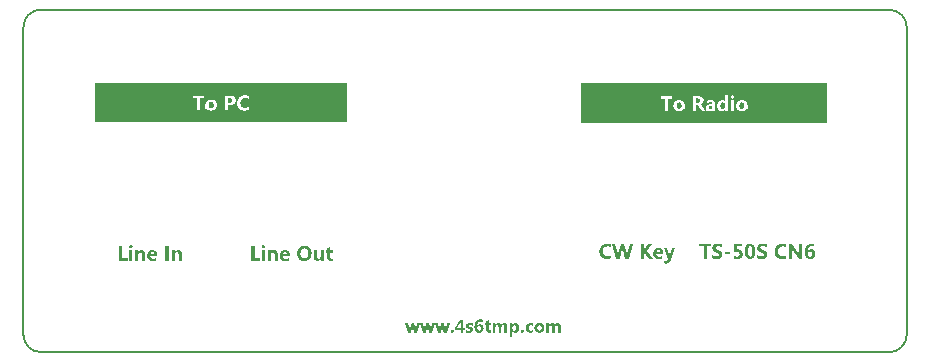
<source format=gto>
G04*
G04 #@! TF.GenerationSoftware,Altium Limited,Altium Designer,20.0.10 (225)*
G04*
G04 Layer_Color=65535*
%FSLAX44Y44*%
%MOMM*%
G71*
G01*
G75*
%ADD10C,0.2000*%
G36*
X273740Y194532D02*
X60400D01*
Y227538D01*
X273740D01*
Y194532D01*
D02*
G37*
G36*
X680540Y194039D02*
X472260D01*
Y227561D01*
X680540D01*
Y194039D01*
D02*
G37*
G36*
X667810Y91918D02*
X668132Y91896D01*
X668497Y91854D01*
X668883Y91789D01*
X669248Y91703D01*
X669570Y91596D01*
Y89385D01*
X669527Y89407D01*
X669398Y89471D01*
X669205Y89557D01*
X668948Y89664D01*
X668647Y89750D01*
X668282Y89836D01*
X667896Y89900D01*
X667488Y89922D01*
X667338D01*
X667252Y89900D01*
X667123Y89879D01*
X666973Y89858D01*
X666651Y89772D01*
X666286Y89643D01*
X665878Y89450D01*
X665685Y89321D01*
X665492Y89171D01*
X665320Y88977D01*
X665149Y88784D01*
Y88763D01*
X665106Y88741D01*
X665063Y88677D01*
X665020Y88570D01*
X664956Y88462D01*
X664870Y88334D01*
X664784Y88162D01*
X664719Y87990D01*
X664548Y87561D01*
X664398Y87046D01*
X664312Y86466D01*
X664269Y85822D01*
X664333D01*
X664354Y85844D01*
X664376Y85887D01*
X664419Y85951D01*
X664505Y86037D01*
X664719Y86273D01*
X664998Y86531D01*
X665385Y86767D01*
X665835Y87003D01*
X666093Y87089D01*
X666372Y87153D01*
X666673Y87196D01*
X666994Y87218D01*
X667145D01*
X667252Y87196D01*
X667402Y87175D01*
X667552Y87153D01*
X667896Y87089D01*
X668304Y86960D01*
X668733Y86767D01*
X668926Y86638D01*
X669141Y86488D01*
X669334Y86316D01*
X669506Y86123D01*
X669527Y86101D01*
X669549Y86080D01*
X669592Y86016D01*
X669656Y85930D01*
X669720Y85822D01*
X669806Y85694D01*
X669892Y85543D01*
X669978Y85372D01*
X670150Y84964D01*
X670300Y84492D01*
X670407Y83934D01*
X670450Y83633D01*
Y83311D01*
Y83290D01*
Y83225D01*
Y83118D01*
X670429Y82989D01*
X670407Y82839D01*
X670386Y82646D01*
X670343Y82431D01*
X670300Y82195D01*
X670150Y81701D01*
X670064Y81444D01*
X669935Y81165D01*
X669785Y80907D01*
X669634Y80650D01*
X669441Y80392D01*
X669227Y80156D01*
X669205Y80135D01*
X669162Y80113D01*
X669098Y80049D01*
X669012Y79963D01*
X668883Y79877D01*
X668754Y79770D01*
X668583Y79662D01*
X668390Y79555D01*
X668175Y79426D01*
X667939Y79319D01*
X667424Y79126D01*
X667123Y79040D01*
X666801Y78976D01*
X666479Y78954D01*
X666136Y78933D01*
X666050D01*
X665921Y78954D01*
X665771D01*
X665599Y78976D01*
X665385Y79019D01*
X665149Y79062D01*
X664913Y79126D01*
X664655Y79212D01*
X664376Y79319D01*
X664097Y79426D01*
X663818Y79577D01*
X663539Y79770D01*
X663281Y79963D01*
X663045Y80199D01*
X662809Y80478D01*
X662788Y80500D01*
X662766Y80542D01*
X662702Y80650D01*
X662637Y80757D01*
X662552Y80929D01*
X662444Y81122D01*
X662337Y81337D01*
X662251Y81594D01*
X662144Y81895D01*
X662037Y82217D01*
X661929Y82560D01*
X661843Y82946D01*
X661779Y83354D01*
X661715Y83783D01*
X661693Y84256D01*
X661672Y84749D01*
Y84792D01*
Y84900D01*
Y85050D01*
X661693Y85286D01*
X661715Y85543D01*
X661758Y85865D01*
X661800Y86209D01*
X661865Y86595D01*
X661929Y87003D01*
X662037Y87432D01*
X662144Y87861D01*
X662294Y88291D01*
X662466Y88720D01*
X662659Y89149D01*
X662895Y89557D01*
X663153Y89943D01*
X663174Y89965D01*
X663217Y90029D01*
X663303Y90136D01*
X663432Y90265D01*
X663582Y90415D01*
X663775Y90566D01*
X663990Y90759D01*
X664247Y90952D01*
X664526Y91124D01*
X664827Y91317D01*
X665170Y91467D01*
X665535Y91639D01*
X665943Y91746D01*
X666372Y91854D01*
X666823Y91918D01*
X667316Y91939D01*
X667681D01*
X667810Y91918D01*
D02*
G37*
G36*
X626644Y91918D02*
X626816D01*
X627030Y91896D01*
X627245Y91875D01*
X627739Y91832D01*
X628254Y91746D01*
X628769Y91617D01*
X629263Y91467D01*
Y88934D01*
X629241D01*
X629198Y88977D01*
X629134Y89020D01*
X629048Y89063D01*
X628919Y89149D01*
X628769Y89213D01*
X628597Y89299D01*
X628425Y89385D01*
X627975Y89536D01*
X627481Y89686D01*
X626923Y89772D01*
X626301Y89815D01*
X626129D01*
X625957Y89793D01*
X625721Y89772D01*
X625464Y89729D01*
X625206Y89664D01*
X624927Y89578D01*
X624691Y89450D01*
X624669Y89428D01*
X624605Y89385D01*
X624498Y89299D01*
X624412Y89192D01*
X624305Y89042D01*
X624197Y88870D01*
X624133Y88677D01*
X624111Y88462D01*
Y88441D01*
Y88377D01*
X624133Y88291D01*
X624154Y88183D01*
X624219Y88033D01*
X624283Y87883D01*
X624390Y87733D01*
X624519Y87561D01*
X624541Y87539D01*
X624605Y87497D01*
X624734Y87389D01*
X624927Y87282D01*
X625185Y87110D01*
X625356Y87024D01*
X625549Y86938D01*
X625764Y86831D01*
X625979Y86702D01*
X626258Y86595D01*
X626537Y86466D01*
X626558D01*
X626623Y86423D01*
X626708Y86380D01*
X626837Y86316D01*
X626987Y86252D01*
X627159Y86166D01*
X627567Y85951D01*
X627996Y85694D01*
X628404Y85393D01*
X628790Y85093D01*
X628962Y84921D01*
X629112Y84749D01*
X629134Y84706D01*
X629220Y84599D01*
X629327Y84406D01*
X629477Y84148D01*
X629606Y83848D01*
X629713Y83483D01*
X629799Y83075D01*
X629821Y82624D01*
Y82603D01*
Y82538D01*
Y82453D01*
X629799Y82324D01*
X629778Y82174D01*
X629756Y82002D01*
X629670Y81616D01*
X629499Y81165D01*
X629413Y80929D01*
X629284Y80714D01*
X629134Y80478D01*
X628962Y80264D01*
X628769Y80070D01*
X628533Y79877D01*
X628511D01*
X628468Y79834D01*
X628404Y79791D01*
X628297Y79727D01*
X628168Y79662D01*
X627996Y79577D01*
X627803Y79491D01*
X627588Y79405D01*
X627352Y79319D01*
X627073Y79233D01*
X626773Y79147D01*
X626451Y79083D01*
X626107Y79019D01*
X625721Y78976D01*
X625313Y78954D01*
X624884Y78933D01*
X624669D01*
X624519Y78954D01*
X624347D01*
X624133Y78976D01*
X623897Y78997D01*
X623618Y79019D01*
X623060Y79104D01*
X622459Y79233D01*
X621879Y79384D01*
X621321Y79620D01*
Y82303D01*
X621343Y82281D01*
X621386Y82260D01*
X621471Y82195D01*
X621600Y82109D01*
X621729Y82023D01*
X621901Y81916D01*
X622094Y81787D01*
X622330Y81680D01*
X622566Y81573D01*
X622845Y81444D01*
X623425Y81251D01*
X623746Y81165D01*
X624068Y81122D01*
X624412Y81079D01*
X624777Y81058D01*
X624970D01*
X625163Y81079D01*
X625399Y81101D01*
X625678Y81143D01*
X625936Y81208D01*
X626215Y81294D01*
X626429Y81423D01*
X626451Y81444D01*
X626515Y81487D01*
X626601Y81573D01*
X626708Y81680D01*
X626816Y81830D01*
X626902Y82002D01*
X626966Y82174D01*
X626987Y82388D01*
Y82410D01*
Y82474D01*
X626966Y82582D01*
X626923Y82710D01*
X626880Y82860D01*
X626794Y83011D01*
X626687Y83182D01*
X626537Y83354D01*
X626515Y83376D01*
X626451Y83440D01*
X626301Y83547D01*
X626215Y83612D01*
X626086Y83698D01*
X625957Y83762D01*
X625785Y83869D01*
X625592Y83977D01*
X625378Y84084D01*
X625142Y84191D01*
X624884Y84320D01*
X624584Y84449D01*
X624240Y84599D01*
X624197Y84621D01*
X624111Y84663D01*
X623961Y84728D01*
X623768Y84835D01*
X623553Y84964D01*
X623296Y85114D01*
X623038Y85307D01*
X622759Y85522D01*
X622480Y85758D01*
X622223Y86037D01*
X621965Y86337D01*
X621750Y86659D01*
X621557Y87024D01*
X621407Y87411D01*
X621321Y87818D01*
X621278Y88248D01*
Y88269D01*
Y88334D01*
Y88419D01*
X621300Y88548D01*
X621321Y88677D01*
X621343Y88849D01*
X621450Y89256D01*
X621600Y89686D01*
X621707Y89922D01*
X621836Y90136D01*
X621987Y90372D01*
X622180Y90587D01*
X622373Y90780D01*
X622609Y90974D01*
X622631Y90995D01*
X622673Y91016D01*
X622759Y91059D01*
X622845Y91124D01*
X622995Y91188D01*
X623146Y91274D01*
X623339Y91360D01*
X623553Y91467D01*
X623811Y91553D01*
X624068Y91639D01*
X624369Y91725D01*
X624691Y91789D01*
X625013Y91854D01*
X625378Y91896D01*
X625764Y91939D01*
X626472D01*
X626644Y91918D01*
D02*
G37*
G36*
X588783D02*
X588955D01*
X589170Y91896D01*
X589384Y91875D01*
X589878Y91832D01*
X590393Y91746D01*
X590908Y91617D01*
X591402Y91467D01*
Y88934D01*
X591380D01*
X591337Y88977D01*
X591273Y89020D01*
X591187Y89063D01*
X591058Y89149D01*
X590908Y89213D01*
X590736Y89299D01*
X590565Y89385D01*
X590114Y89536D01*
X589620Y89686D01*
X589062Y89772D01*
X588440Y89815D01*
X588268D01*
X588097Y89793D01*
X587860Y89772D01*
X587603Y89729D01*
X587345Y89664D01*
X587066Y89578D01*
X586830Y89450D01*
X586809Y89428D01*
X586744Y89385D01*
X586637Y89299D01*
X586551Y89192D01*
X586444Y89042D01*
X586337Y88870D01*
X586272Y88677D01*
X586251Y88462D01*
Y88441D01*
Y88377D01*
X586272Y88291D01*
X586294Y88183D01*
X586358Y88033D01*
X586422Y87883D01*
X586530Y87733D01*
X586659Y87561D01*
X586680Y87539D01*
X586744Y87497D01*
X586873Y87389D01*
X587066Y87282D01*
X587324Y87110D01*
X587495Y87024D01*
X587689Y86938D01*
X587903Y86831D01*
X588118Y86702D01*
X588397Y86595D01*
X588676Y86466D01*
X588698D01*
X588762Y86423D01*
X588848Y86380D01*
X588977Y86316D01*
X589127Y86252D01*
X589298Y86166D01*
X589706Y85951D01*
X590135Y85694D01*
X590543Y85393D01*
X590930Y85093D01*
X591101Y84921D01*
X591251Y84749D01*
X591273Y84706D01*
X591359Y84599D01*
X591466Y84406D01*
X591616Y84148D01*
X591745Y83848D01*
X591852Y83483D01*
X591938Y83075D01*
X591960Y82624D01*
Y82603D01*
Y82538D01*
Y82453D01*
X591938Y82324D01*
X591917Y82174D01*
X591895Y82002D01*
X591810Y81616D01*
X591638Y81165D01*
X591552Y80929D01*
X591423Y80714D01*
X591273Y80478D01*
X591101Y80264D01*
X590908Y80070D01*
X590672Y79877D01*
X590651D01*
X590608Y79834D01*
X590543Y79791D01*
X590436Y79727D01*
X590307Y79662D01*
X590135Y79577D01*
X589942Y79491D01*
X589728Y79405D01*
X589492Y79319D01*
X589213Y79233D01*
X588912Y79147D01*
X588590Y79083D01*
X588247Y79019D01*
X587860Y78976D01*
X587453Y78954D01*
X587023Y78933D01*
X586809D01*
X586659Y78954D01*
X586487D01*
X586272Y78976D01*
X586036Y78997D01*
X585757Y79019D01*
X585199Y79104D01*
X584598Y79233D01*
X584019Y79384D01*
X583461Y79620D01*
Y82303D01*
X583482Y82281D01*
X583525Y82260D01*
X583611Y82195D01*
X583740Y82109D01*
X583868Y82023D01*
X584040Y81916D01*
X584233Y81787D01*
X584469Y81680D01*
X584705Y81573D01*
X584984Y81444D01*
X585564Y81251D01*
X585886Y81165D01*
X586208Y81122D01*
X586551Y81079D01*
X586916Y81058D01*
X587109D01*
X587302Y81079D01*
X587538Y81101D01*
X587817Y81143D01*
X588075Y81208D01*
X588354Y81294D01*
X588569Y81423D01*
X588590Y81444D01*
X588655Y81487D01*
X588740Y81573D01*
X588848Y81680D01*
X588955Y81830D01*
X589041Y82002D01*
X589105Y82174D01*
X589127Y82388D01*
Y82410D01*
Y82474D01*
X589105Y82582D01*
X589062Y82710D01*
X589019Y82860D01*
X588933Y83011D01*
X588826Y83182D01*
X588676Y83354D01*
X588655Y83376D01*
X588590Y83440D01*
X588440Y83547D01*
X588354Y83612D01*
X588225Y83698D01*
X588097Y83762D01*
X587925Y83869D01*
X587732Y83977D01*
X587517Y84084D01*
X587281Y84191D01*
X587023Y84320D01*
X586723Y84449D01*
X586379Y84599D01*
X586337Y84621D01*
X586251Y84663D01*
X586100Y84728D01*
X585907Y84835D01*
X585693Y84964D01*
X585435Y85114D01*
X585177Y85307D01*
X584898Y85522D01*
X584619Y85758D01*
X584362Y86037D01*
X584104Y86337D01*
X583890Y86659D01*
X583697Y87024D01*
X583546Y87411D01*
X583461Y87818D01*
X583418Y88248D01*
Y88269D01*
Y88334D01*
Y88419D01*
X583439Y88548D01*
X583461Y88677D01*
X583482Y88849D01*
X583589Y89256D01*
X583740Y89686D01*
X583847Y89922D01*
X583976Y90136D01*
X584126Y90372D01*
X584319Y90587D01*
X584512Y90780D01*
X584748Y90974D01*
X584770Y90995D01*
X584813Y91016D01*
X584898Y91059D01*
X584984Y91124D01*
X585135Y91188D01*
X585285Y91274D01*
X585478Y91360D01*
X585693Y91467D01*
X585950Y91553D01*
X586208Y91639D01*
X586508Y91725D01*
X586830Y91789D01*
X587152Y91854D01*
X587517Y91896D01*
X587903Y91939D01*
X588612D01*
X588783Y91918D01*
D02*
G37*
G36*
X643256D02*
X643428D01*
X643643Y91896D01*
X643857Y91875D01*
X644351Y91832D01*
X644866Y91746D01*
X645381Y91617D01*
X645875Y91467D01*
Y88870D01*
X645853D01*
X645810Y88913D01*
X645746Y88934D01*
X645660Y88999D01*
X645531Y89042D01*
X645381Y89106D01*
X645231Y89171D01*
X645038Y89256D01*
X644609Y89385D01*
X644115Y89514D01*
X643578Y89600D01*
X642977Y89621D01*
X642806D01*
X642677Y89600D01*
X642505Y89578D01*
X642334Y89557D01*
X641926Y89471D01*
X641453Y89342D01*
X640960Y89128D01*
X640702Y88999D01*
X640466Y88827D01*
X640230Y88656D01*
X640015Y88441D01*
X639994Y88419D01*
X639973Y88377D01*
X639908Y88312D01*
X639844Y88226D01*
X639758Y88119D01*
X639672Y87969D01*
X639565Y87797D01*
X639479Y87604D01*
X639372Y87411D01*
X639264Y87175D01*
X639093Y86638D01*
X638964Y86037D01*
X638942Y85694D01*
X638921Y85350D01*
Y85329D01*
Y85264D01*
Y85178D01*
X638942Y85050D01*
X638964Y84878D01*
X638985Y84706D01*
X639050Y84277D01*
X639178Y83805D01*
X639372Y83311D01*
X639479Y83075D01*
X639629Y82818D01*
X639779Y82582D01*
X639973Y82367D01*
X639994Y82345D01*
X640015Y82324D01*
X640080Y82260D01*
X640166Y82195D01*
X640273Y82109D01*
X640402Y82023D01*
X640552Y81916D01*
X640724Y81809D01*
X641132Y81594D01*
X641604Y81423D01*
X642183Y81294D01*
X642484Y81272D01*
X642806Y81251D01*
X642977D01*
X643085Y81272D01*
X643235D01*
X643407Y81294D01*
X643621Y81315D01*
X643836Y81358D01*
X644308Y81444D01*
X644823Y81594D01*
X645360Y81787D01*
X645875Y82066D01*
Y79598D01*
X645853D01*
X645810Y79577D01*
X645725Y79534D01*
X645617Y79491D01*
X645489Y79448D01*
X645317Y79384D01*
X645124Y79319D01*
X644909Y79276D01*
X644673Y79212D01*
X644394Y79147D01*
X644093Y79083D01*
X643793Y79040D01*
X643450Y78997D01*
X643085Y78954D01*
X642291Y78933D01*
X642162D01*
X642011Y78954D01*
X641818D01*
X641582Y78976D01*
X641303Y79019D01*
X640981Y79083D01*
X640659Y79147D01*
X640294Y79233D01*
X639930Y79341D01*
X639565Y79491D01*
X639178Y79641D01*
X638792Y79834D01*
X638427Y80070D01*
X638084Y80328D01*
X637762Y80628D01*
X637740Y80650D01*
X637697Y80714D01*
X637612Y80800D01*
X637504Y80929D01*
X637375Y81101D01*
X637247Y81315D01*
X637096Y81551D01*
X636946Y81830D01*
X636775Y82131D01*
X636624Y82474D01*
X636496Y82860D01*
X636367Y83247D01*
X636259Y83698D01*
X636174Y84148D01*
X636131Y84642D01*
X636109Y85157D01*
Y85200D01*
Y85286D01*
X636131Y85436D01*
Y85651D01*
X636174Y85908D01*
X636217Y86209D01*
X636259Y86531D01*
X636345Y86896D01*
X636431Y87260D01*
X636560Y87668D01*
X636710Y88055D01*
X636882Y88462D01*
X637096Y88870D01*
X637354Y89278D01*
X637633Y89664D01*
X637955Y90029D01*
X637976Y90051D01*
X638041Y90115D01*
X638148Y90201D01*
X638298Y90330D01*
X638470Y90480D01*
X638706Y90630D01*
X638964Y90802D01*
X639264Y90995D01*
X639586Y91167D01*
X639951Y91338D01*
X640359Y91489D01*
X640788Y91639D01*
X641239Y91768D01*
X641732Y91854D01*
X642248Y91918D01*
X642784Y91939D01*
X643085D01*
X643256Y91918D01*
D02*
G37*
G36*
X598678Y83032D02*
X593870D01*
Y84878D01*
X598678D01*
Y83032D01*
D02*
G37*
G36*
X659311Y79147D02*
X656563D01*
X651219Y87282D01*
X651198Y87303D01*
X651155Y87389D01*
X651090Y87497D01*
X650983Y87647D01*
X650790Y87990D01*
X650704Y88162D01*
X650618Y88312D01*
X650597D01*
Y88291D01*
X650618Y88183D01*
Y88033D01*
X650640Y87818D01*
Y87539D01*
X650661Y87196D01*
Y86767D01*
Y86295D01*
Y79147D01*
X648107D01*
Y91725D01*
X651048D01*
X656177Y83805D01*
X656199Y83762D01*
X656263Y83676D01*
X656349Y83547D01*
X656456Y83397D01*
X656649Y83054D01*
X656735Y82925D01*
X656799Y82818D01*
X656842D01*
Y82839D01*
X656821Y82903D01*
Y83032D01*
X656799Y83204D01*
X656778Y83440D01*
Y83741D01*
X656757Y84105D01*
Y84556D01*
Y91725D01*
X659311D01*
Y79147D01*
D02*
G37*
G36*
X608637Y89578D02*
X604086D01*
X603915Y86917D01*
X603936D01*
X604022Y86938D01*
X604151D01*
X604323Y86960D01*
X604516D01*
X604730Y86981D01*
X605331D01*
X605460Y86960D01*
X605610D01*
X605803Y86938D01*
X606211Y86853D01*
X606683Y86745D01*
X607156Y86552D01*
X607628Y86316D01*
X607842Y86144D01*
X608057Y85973D01*
X608078Y85951D01*
X608100Y85930D01*
X608164Y85865D01*
X608229Y85779D01*
X608315Y85694D01*
X608400Y85565D01*
X608594Y85243D01*
X608787Y84857D01*
X608959Y84384D01*
X609087Y83848D01*
X609109Y83547D01*
X609130Y83225D01*
Y83204D01*
Y83139D01*
Y83054D01*
X609109Y82903D01*
X609087Y82753D01*
X609066Y82560D01*
X609023Y82367D01*
X608980Y82131D01*
X608808Y81637D01*
X608722Y81379D01*
X608594Y81122D01*
X608443Y80864D01*
X608272Y80607D01*
X608078Y80371D01*
X607842Y80135D01*
X607821Y80113D01*
X607778Y80092D01*
X607714Y80027D01*
X607606Y79942D01*
X607478Y79856D01*
X607327Y79748D01*
X607134Y79641D01*
X606920Y79534D01*
X606683Y79426D01*
X606426Y79319D01*
X606125Y79212D01*
X605825Y79126D01*
X605481Y79040D01*
X605117Y78976D01*
X604730Y78954D01*
X604323Y78933D01*
X604022D01*
X603872Y78954D01*
X603700D01*
X603271Y78997D01*
X602799Y79061D01*
X602305Y79169D01*
X601790Y79298D01*
X601296Y79469D01*
Y81723D01*
X601318D01*
X601361Y81680D01*
X601425Y81659D01*
X601532Y81594D01*
X601640Y81530D01*
X601790Y81465D01*
X602133Y81337D01*
X602562Y81186D01*
X603035Y81058D01*
X603550Y80972D01*
X604086Y80929D01*
X604280D01*
X604473Y80950D01*
X604730Y80993D01*
X605009Y81058D01*
X605288Y81165D01*
X605567Y81294D01*
X605825Y81465D01*
X605846Y81487D01*
X605932Y81573D01*
X606040Y81701D01*
X606147Y81873D01*
X606276Y82088D01*
X606362Y82345D01*
X606447Y82624D01*
X606469Y82968D01*
Y82989D01*
Y83054D01*
X606447Y83139D01*
X606426Y83268D01*
X606383Y83419D01*
X606319Y83590D01*
X606254Y83762D01*
X606125Y83955D01*
X605997Y84127D01*
X605825Y84298D01*
X605589Y84470D01*
X605331Y84621D01*
X605031Y84749D01*
X604666Y84835D01*
X604258Y84900D01*
X603786Y84921D01*
X603400D01*
X603121Y84900D01*
X602777Y84878D01*
X602391Y84857D01*
X601962Y84814D01*
X601489Y84771D01*
X601962Y91725D01*
X608637D01*
Y89578D01*
D02*
G37*
G36*
X582323Y89536D02*
X578739D01*
Y79147D01*
X576034D01*
Y89536D01*
X572450D01*
Y91725D01*
X582323D01*
Y89536D01*
D02*
G37*
G36*
X615676Y91918D02*
X615891Y91896D01*
X616170Y91832D01*
X616492Y91746D01*
X616857Y91596D01*
X617265Y91403D01*
X617673Y91145D01*
X618059Y90802D01*
X618274Y90587D01*
X618467Y90372D01*
X618660Y90136D01*
X618831Y89857D01*
X619003Y89557D01*
X619153Y89235D01*
X619304Y88870D01*
X619432Y88505D01*
X619561Y88076D01*
X619647Y87647D01*
X619733Y87153D01*
X619797Y86659D01*
X619819Y86101D01*
X619840Y85522D01*
Y85479D01*
Y85393D01*
Y85221D01*
X619819Y85007D01*
X619797Y84728D01*
X619776Y84427D01*
X619733Y84105D01*
X619690Y83741D01*
X619561Y82946D01*
X619347Y82131D01*
X619218Y81744D01*
X619046Y81358D01*
X618874Y80993D01*
X618660Y80650D01*
X618638Y80628D01*
X618595Y80585D01*
X618531Y80500D01*
X618445Y80392D01*
X618316Y80242D01*
X618166Y80113D01*
X617994Y79942D01*
X617801Y79791D01*
X617565Y79641D01*
X617308Y79469D01*
X617029Y79341D01*
X616728Y79212D01*
X616385Y79083D01*
X616041Y78997D01*
X615655Y78954D01*
X615247Y78933D01*
X615140D01*
X615054Y78954D01*
X614839Y78976D01*
X614560Y79040D01*
X614217Y79126D01*
X613852Y79255D01*
X613444Y79469D01*
X613036Y79727D01*
X612607Y80049D01*
X612414Y80242D01*
X612221Y80478D01*
X612028Y80714D01*
X611835Y80972D01*
X611663Y81272D01*
X611491Y81594D01*
X611341Y81938D01*
X611212Y82303D01*
X611105Y82710D01*
X610998Y83139D01*
X610912Y83612D01*
X610847Y84105D01*
X610826Y84642D01*
X610804Y85221D01*
Y85264D01*
Y85372D01*
Y85543D01*
X610826Y85758D01*
X610847Y86037D01*
X610869Y86359D01*
X610912Y86702D01*
X610955Y87089D01*
X611105Y87883D01*
X611320Y88720D01*
X611448Y89128D01*
X611620Y89514D01*
X611792Y89879D01*
X612006Y90222D01*
X612028Y90244D01*
X612071Y90287D01*
X612135Y90372D01*
X612221Y90501D01*
X612350Y90630D01*
X612500Y90759D01*
X612693Y90931D01*
X612886Y91081D01*
X613122Y91231D01*
X613380Y91403D01*
X613659Y91531D01*
X613981Y91682D01*
X614324Y91789D01*
X614689Y91875D01*
X615075Y91918D01*
X615483Y91939D01*
X615591D01*
X615676Y91918D01*
D02*
G37*
G36*
X494856D02*
X495028D01*
X495243Y91896D01*
X495457Y91875D01*
X495951Y91832D01*
X496466Y91746D01*
X496981Y91617D01*
X497475Y91467D01*
Y88870D01*
X497453D01*
X497410Y88913D01*
X497346Y88934D01*
X497260Y88999D01*
X497131Y89042D01*
X496981Y89106D01*
X496831Y89171D01*
X496638Y89256D01*
X496208Y89385D01*
X495715Y89514D01*
X495178Y89600D01*
X494577Y89621D01*
X494406D01*
X494277Y89600D01*
X494105Y89578D01*
X493933Y89557D01*
X493526Y89471D01*
X493053Y89342D01*
X492560Y89128D01*
X492302Y88999D01*
X492066Y88827D01*
X491830Y88656D01*
X491615Y88441D01*
X491594Y88419D01*
X491572Y88377D01*
X491508Y88312D01*
X491444Y88226D01*
X491358Y88119D01*
X491272Y87969D01*
X491165Y87797D01*
X491079Y87604D01*
X490971Y87411D01*
X490864Y87175D01*
X490692Y86638D01*
X490564Y86037D01*
X490542Y85694D01*
X490521Y85350D01*
Y85329D01*
Y85264D01*
Y85178D01*
X490542Y85050D01*
X490564Y84878D01*
X490585Y84706D01*
X490650Y84277D01*
X490778Y83805D01*
X490971Y83311D01*
X491079Y83075D01*
X491229Y82818D01*
X491379Y82582D01*
X491572Y82367D01*
X491594Y82345D01*
X491615Y82324D01*
X491680Y82260D01*
X491766Y82195D01*
X491873Y82109D01*
X492002Y82023D01*
X492152Y81916D01*
X492324Y81809D01*
X492732Y81594D01*
X493204Y81423D01*
X493783Y81294D01*
X494084Y81272D01*
X494406Y81251D01*
X494577D01*
X494685Y81272D01*
X494835D01*
X495007Y81294D01*
X495221Y81315D01*
X495436Y81358D01*
X495908Y81444D01*
X496423Y81594D01*
X496960Y81787D01*
X497475Y82066D01*
Y79598D01*
X497453D01*
X497410Y79577D01*
X497325Y79534D01*
X497217Y79491D01*
X497089Y79448D01*
X496917Y79384D01*
X496724Y79319D01*
X496509Y79276D01*
X496273Y79212D01*
X495994Y79147D01*
X495693Y79083D01*
X495393Y79040D01*
X495050Y78997D01*
X494685Y78954D01*
X493890Y78933D01*
X493762D01*
X493611Y78954D01*
X493418D01*
X493182Y78976D01*
X492903Y79019D01*
X492581Y79083D01*
X492259Y79147D01*
X491894Y79233D01*
X491530Y79341D01*
X491165Y79491D01*
X490778Y79641D01*
X490392Y79834D01*
X490027Y80070D01*
X489684Y80328D01*
X489362Y80628D01*
X489340Y80650D01*
X489297Y80714D01*
X489212Y80800D01*
X489104Y80929D01*
X488975Y81101D01*
X488847Y81315D01*
X488697Y81551D01*
X488546Y81830D01*
X488374Y82131D01*
X488224Y82474D01*
X488096Y82860D01*
X487967Y83247D01*
X487859Y83698D01*
X487774Y84148D01*
X487731Y84642D01*
X487709Y85157D01*
Y85200D01*
Y85286D01*
X487731Y85436D01*
Y85651D01*
X487774Y85908D01*
X487817Y86209D01*
X487859Y86531D01*
X487945Y86896D01*
X488031Y87260D01*
X488160Y87668D01*
X488310Y88055D01*
X488482Y88462D01*
X488697Y88870D01*
X488954Y89278D01*
X489233Y89664D01*
X489555Y90029D01*
X489576Y90051D01*
X489641Y90115D01*
X489748Y90201D01*
X489898Y90330D01*
X490070Y90480D01*
X490306Y90630D01*
X490564Y90802D01*
X490864Y90995D01*
X491186Y91167D01*
X491551Y91338D01*
X491959Y91489D01*
X492388Y91639D01*
X492839Y91768D01*
X493332Y91854D01*
X493848Y91918D01*
X494384Y91939D01*
X494685D01*
X494856Y91918D01*
D02*
G37*
G36*
X527995Y85715D02*
X532867Y79147D01*
X529476D01*
X525656Y84642D01*
X525634Y84685D01*
X525548Y84814D01*
X525505Y84900D01*
X525441Y85007D01*
X525377Y85157D01*
X525312Y85307D01*
X525269D01*
Y79147D01*
X522587D01*
Y91725D01*
X525269D01*
Y85779D01*
X525312D01*
Y85801D01*
X525355Y85844D01*
X525377Y85908D01*
X525441Y86016D01*
X525548Y86230D01*
X525677Y86466D01*
X529283Y91725D01*
X532481D01*
X527995Y85715D01*
D02*
G37*
G36*
X512671Y79147D02*
X509666D01*
X507519Y87346D01*
Y87368D01*
X507498Y87454D01*
X507477Y87604D01*
X507434Y87775D01*
X507412Y87990D01*
X507369Y88226D01*
X507326Y88741D01*
X507283D01*
Y88698D01*
X507262Y88613D01*
Y88441D01*
X507240Y88248D01*
X507198Y88033D01*
X507176Y87797D01*
X507112Y87561D01*
X507069Y87346D01*
X504880Y79147D01*
X501767D01*
X498419Y91725D01*
X501360D01*
X503227Y83204D01*
Y83182D01*
X503248Y83097D01*
X503270Y82968D01*
X503291Y82818D01*
X503334Y82603D01*
X503356Y82367D01*
X503377Y82088D01*
X503399Y81787D01*
X503463D01*
Y81809D01*
Y81895D01*
X503484Y82045D01*
X503506Y82217D01*
X503549Y82431D01*
X503592Y82667D01*
X503635Y82946D01*
X503699Y83225D01*
X506060Y91725D01*
X508893D01*
X511039Y83139D01*
Y83118D01*
X511061Y83054D01*
X511082Y82925D01*
X511104Y82775D01*
X511147Y82582D01*
X511168Y82345D01*
X511211Y82088D01*
X511233Y81787D01*
X511275D01*
Y81830D01*
Y81916D01*
X511297Y82045D01*
X511319Y82238D01*
X511340Y82431D01*
X511383Y82667D01*
X511469Y83182D01*
X513293Y91725D01*
X516019D01*
X512671Y79147D01*
D02*
G37*
G36*
X548278Y78353D02*
X548256Y78310D01*
X548213Y78203D01*
X548149Y78031D01*
X548042Y77817D01*
X547891Y77559D01*
X547741Y77280D01*
X547548Y76958D01*
X547312Y76658D01*
X547054Y76336D01*
X546775Y76014D01*
X546453Y75735D01*
X546110Y75477D01*
X545724Y75263D01*
X545316Y75091D01*
X544887Y74984D01*
X544414Y74941D01*
X544243D01*
X544049Y74962D01*
X543835D01*
X543577Y74984D01*
X543320Y75026D01*
X543062Y75091D01*
X542826Y75155D01*
Y77259D01*
X542848Y77237D01*
X542912Y77216D01*
X543041Y77173D01*
X543170Y77108D01*
X543341Y77044D01*
X543556Y77001D01*
X543770Y76980D01*
X544007Y76958D01*
X544049D01*
X544178Y76980D01*
X544371Y77023D01*
X544608Y77087D01*
X544844Y77216D01*
X545101Y77387D01*
X545316Y77645D01*
X545423Y77817D01*
X545509Y77988D01*
X546003Y79147D01*
X542397Y88140D01*
X545273D01*
X547033Y82496D01*
Y82474D01*
X547054Y82410D01*
X547097Y82303D01*
X547119Y82152D01*
X547162Y82002D01*
X547205Y81809D01*
X547269Y81358D01*
X547333D01*
Y81379D01*
X547355Y81444D01*
Y81530D01*
X547376Y81659D01*
X547419Y81830D01*
X547462Y82002D01*
X547527Y82238D01*
X547591Y82474D01*
X549394Y88140D01*
X551991D01*
X548278Y78353D01*
D02*
G37*
G36*
X538126Y88334D02*
X538276Y88312D01*
X538469Y88291D01*
X538898Y88205D01*
X539371Y88076D01*
X539864Y87861D01*
X540122Y87733D01*
X540358Y87582D01*
X540573Y87411D01*
X540787Y87196D01*
X540809Y87175D01*
X540830Y87153D01*
X540895Y87067D01*
X540959Y86981D01*
X541045Y86874D01*
X541131Y86724D01*
X541216Y86552D01*
X541324Y86359D01*
X541431Y86144D01*
X541517Y85908D01*
X541603Y85651D01*
X541689Y85350D01*
X541753Y85050D01*
X541817Y84728D01*
X541839Y84363D01*
X541860Y83998D01*
Y82903D01*
X535937D01*
Y82882D01*
X535958Y82818D01*
Y82710D01*
X536001Y82582D01*
X536044Y82410D01*
X536108Y82238D01*
X536194Y82045D01*
X536301Y81852D01*
X536452Y81659D01*
X536623Y81465D01*
X536816Y81294D01*
X537074Y81122D01*
X537353Y80993D01*
X537675Y80886D01*
X538040Y80822D01*
X538469Y80800D01*
X538619D01*
X538727Y80822D01*
X538856D01*
X539006Y80843D01*
X539349Y80886D01*
X539757Y80972D01*
X540208Y81101D01*
X540658Y81294D01*
X541088Y81530D01*
Y79598D01*
X541066D01*
X541023Y79577D01*
X540959Y79534D01*
X540873Y79491D01*
X540744Y79448D01*
X540594Y79384D01*
X540422Y79319D01*
X540229Y79276D01*
X540014Y79212D01*
X539757Y79147D01*
X539499Y79083D01*
X539220Y79040D01*
X538577Y78954D01*
X537868Y78933D01*
X537654D01*
X537525Y78954D01*
X537332Y78976D01*
X537117Y78997D01*
X536902Y79040D01*
X536645Y79083D01*
X536108Y79233D01*
X535550Y79448D01*
X535271Y79577D01*
X535014Y79748D01*
X534756Y79920D01*
X534520Y80135D01*
X534498Y80156D01*
X534477Y80199D01*
X534413Y80264D01*
X534327Y80349D01*
X534241Y80478D01*
X534155Y80628D01*
X534048Y80800D01*
X533941Y81015D01*
X533812Y81229D01*
X533704Y81487D01*
X533619Y81766D01*
X533533Y82066D01*
X533447Y82388D01*
X533382Y82732D01*
X533361Y83118D01*
X533340Y83504D01*
Y83526D01*
Y83590D01*
Y83719D01*
X533361Y83869D01*
X533382Y84041D01*
X533404Y84256D01*
X533447Y84492D01*
X533490Y84749D01*
X533640Y85307D01*
X533747Y85586D01*
X533876Y85887D01*
X534026Y86187D01*
X534198Y86466D01*
X534391Y86745D01*
X534606Y87003D01*
X534627Y87024D01*
X534670Y87067D01*
X534735Y87132D01*
X534842Y87218D01*
X534949Y87325D01*
X535099Y87432D01*
X535293Y87561D01*
X535486Y87690D01*
X535700Y87797D01*
X535937Y87926D01*
X536495Y88140D01*
X536795Y88226D01*
X537117Y88291D01*
X537460Y88334D01*
X537804Y88355D01*
X537997D01*
X538126Y88334D01*
D02*
G37*
G36*
X203436Y90597D02*
X203587Y90576D01*
X203780Y90533D01*
X203951Y90447D01*
X204123Y90361D01*
X204295Y90232D01*
X204316Y90211D01*
X204359Y90168D01*
X204424Y90082D01*
X204510Y89975D01*
X204595Y89824D01*
X204660Y89653D01*
X204703Y89481D01*
X204724Y89267D01*
Y89245D01*
Y89159D01*
X204703Y89052D01*
X204681Y88923D01*
X204617Y88751D01*
X204552Y88580D01*
X204445Y88429D01*
X204295Y88258D01*
X204273Y88236D01*
X204209Y88193D01*
X204123Y88129D01*
X203994Y88065D01*
X203844Y88000D01*
X203651Y87936D01*
X203436Y87893D01*
X203200Y87871D01*
X203093D01*
X202964Y87893D01*
X202814Y87914D01*
X202642Y87979D01*
X202449Y88043D01*
X202277Y88150D01*
X202106Y88279D01*
X202084Y88301D01*
X202041Y88344D01*
X201977Y88429D01*
X201891Y88558D01*
X201805Y88708D01*
X201741Y88859D01*
X201698Y89052D01*
X201676Y89267D01*
Y89288D01*
Y89374D01*
X201698Y89481D01*
X201741Y89610D01*
X201784Y89760D01*
X201848Y89932D01*
X201955Y90082D01*
X202106Y90232D01*
X202127Y90254D01*
X202192Y90297D01*
X202277Y90361D01*
X202406Y90426D01*
X202556Y90490D01*
X202750Y90554D01*
X202964Y90597D01*
X203200Y90619D01*
X203307D01*
X203436Y90597D01*
D02*
G37*
G36*
X212687Y86562D02*
X212880Y86519D01*
X213095Y86476D01*
X213352Y86390D01*
X213631Y86283D01*
X213910Y86111D01*
X214168Y85918D01*
X214447Y85682D01*
X214704Y85382D01*
X214919Y85017D01*
X215112Y84588D01*
X215262Y84094D01*
X215348Y83514D01*
X215391Y83214D01*
Y82871D01*
Y77376D01*
X212794D01*
Y82377D01*
Y82398D01*
Y82463D01*
Y82570D01*
X212773Y82720D01*
X212751Y82892D01*
X212708Y83064D01*
X212601Y83471D01*
X212515Y83686D01*
X212408Y83879D01*
X212279Y84051D01*
X212129Y84223D01*
X211957Y84373D01*
X211742Y84480D01*
X211506Y84545D01*
X211227Y84566D01*
X211099D01*
X210970Y84545D01*
X210798Y84502D01*
X210583Y84416D01*
X210390Y84330D01*
X210176Y84180D01*
X209982Y83987D01*
X209961Y83965D01*
X209897Y83879D01*
X209832Y83750D01*
X209746Y83579D01*
X209639Y83364D01*
X209575Y83128D01*
X209510Y82828D01*
X209489Y82506D01*
Y77376D01*
X206849D01*
Y86369D01*
X209489D01*
Y84931D01*
X209510D01*
X209532Y84952D01*
X209553Y84995D01*
X209618Y85081D01*
X209704Y85189D01*
X209789Y85317D01*
X209918Y85446D01*
X210068Y85596D01*
X210240Y85768D01*
X210433Y85918D01*
X210648Y86068D01*
X210884Y86197D01*
X211141Y86326D01*
X211442Y86433D01*
X211742Y86519D01*
X212064Y86562D01*
X212408Y86584D01*
X212537D01*
X212687Y86562D01*
D02*
G37*
G36*
X254347Y77376D02*
X251728D01*
Y78750D01*
X251685D01*
X251664Y78728D01*
X251642Y78685D01*
X251578Y78599D01*
X251492Y78492D01*
X251406Y78385D01*
X251277Y78256D01*
X250955Y77955D01*
X250569Y77655D01*
X250097Y77419D01*
X249839Y77312D01*
X249560Y77226D01*
X249260Y77183D01*
X248938Y77161D01*
X248809D01*
X248659Y77183D01*
X248444Y77226D01*
X248208Y77269D01*
X247951Y77354D01*
X247672Y77483D01*
X247371Y77634D01*
X247071Y77827D01*
X246792Y78084D01*
X246534Y78385D01*
X246298Y78750D01*
X246105Y79179D01*
X245933Y79694D01*
X245847Y80274D01*
X245804Y80595D01*
Y80939D01*
Y86369D01*
X248423D01*
Y81175D01*
Y81153D01*
Y81089D01*
X248444Y80982D01*
Y80853D01*
X248466Y80703D01*
X248509Y80531D01*
X248616Y80166D01*
X248702Y79973D01*
X248809Y79801D01*
X248938Y79630D01*
X249088Y79479D01*
X249281Y79351D01*
X249496Y79243D01*
X249732Y79179D01*
X250011Y79157D01*
X250140D01*
X250290Y79179D01*
X250462Y79222D01*
X250655Y79286D01*
X250870Y79394D01*
X251063Y79522D01*
X251256Y79715D01*
X251277Y79737D01*
X251320Y79823D01*
X251406Y79952D01*
X251492Y80123D01*
X251578Y80338D01*
X251664Y80595D01*
X251707Y80875D01*
X251728Y81218D01*
Y86369D01*
X254347D01*
Y77376D01*
D02*
G37*
G36*
X204488D02*
X201870D01*
Y86369D01*
X204488D01*
Y77376D01*
D02*
G37*
G36*
X195753Y79565D02*
X200474D01*
Y77376D01*
X193070D01*
Y89953D01*
X195753D01*
Y79565D01*
D02*
G37*
G36*
X259970Y86369D02*
X262030D01*
Y84394D01*
X259970D01*
Y80617D01*
Y80595D01*
Y80553D01*
Y80488D01*
X259991Y80402D01*
X260034Y80166D01*
X260120Y79909D01*
X260249Y79630D01*
X260442Y79415D01*
X260571Y79308D01*
X260742Y79243D01*
X260914Y79200D01*
X261107Y79179D01*
X261193D01*
X261279Y79200D01*
X261386Y79222D01*
X261537Y79243D01*
X261687Y79286D01*
X261859Y79351D01*
X262030Y79436D01*
Y77462D01*
X262009Y77440D01*
X261923Y77419D01*
X261773Y77376D01*
X261580Y77312D01*
X261322Y77247D01*
X261022Y77204D01*
X260657Y77183D01*
X260227Y77161D01*
X260099D01*
X259970Y77183D01*
X259777Y77204D01*
X259562Y77247D01*
X259326Y77312D01*
X259068Y77419D01*
X258811Y77526D01*
X258532Y77698D01*
X258274Y77891D01*
X258038Y78127D01*
X257824Y78428D01*
X257630Y78771D01*
X257502Y79157D01*
X257416Y79630D01*
X257373Y80145D01*
Y84394D01*
X255892D01*
Y86369D01*
X257373D01*
Y88344D01*
X259970Y89095D01*
Y86369D01*
D02*
G37*
G36*
X238335Y90147D02*
X238528D01*
X238764Y90104D01*
X239022Y90082D01*
X239322Y90018D01*
X239644Y89953D01*
X239966Y89846D01*
X240331Y89739D01*
X240696Y89588D01*
X241040Y89417D01*
X241404Y89202D01*
X241769Y88966D01*
X242091Y88687D01*
X242413Y88365D01*
X242435Y88344D01*
X242477Y88279D01*
X242563Y88193D01*
X242671Y88043D01*
X242799Y87871D01*
X242928Y87657D01*
X243078Y87399D01*
X243250Y87120D01*
X243400Y86798D01*
X243551Y86455D01*
X243679Y86068D01*
X243808Y85661D01*
X243916Y85232D01*
X244001Y84759D01*
X244044Y84266D01*
X244066Y83750D01*
Y83708D01*
Y83622D01*
Y83471D01*
X244044Y83257D01*
X244023Y83021D01*
X243980Y82720D01*
X243916Y82398D01*
X243851Y82055D01*
X243765Y81690D01*
X243658Y81304D01*
X243508Y80896D01*
X243336Y80510D01*
X243143Y80102D01*
X242907Y79715D01*
X242649Y79351D01*
X242349Y78986D01*
X242327Y78964D01*
X242263Y78900D01*
X242177Y78814D01*
X242048Y78707D01*
X241877Y78556D01*
X241662Y78406D01*
X241426Y78235D01*
X241147Y78084D01*
X240846Y77913D01*
X240503Y77741D01*
X240138Y77591D01*
X239752Y77440D01*
X239322Y77333D01*
X238850Y77247D01*
X238378Y77183D01*
X237863Y77161D01*
X237734D01*
X237605Y77183D01*
X237412D01*
X237176Y77226D01*
X236919Y77247D01*
X236618Y77312D01*
X236296Y77376D01*
X235953Y77483D01*
X235609Y77591D01*
X235245Y77741D01*
X234858Y77913D01*
X234493Y78106D01*
X234150Y78342D01*
X233785Y78621D01*
X233463Y78921D01*
X233442Y78943D01*
X233399Y79007D01*
X233313Y79114D01*
X233206Y79243D01*
X233077Y79415D01*
X232927Y79630D01*
X232776Y79887D01*
X232626Y80166D01*
X232476Y80467D01*
X232325Y80831D01*
X232175Y81196D01*
X232047Y81604D01*
X231939Y82034D01*
X231853Y82506D01*
X231810Y82978D01*
X231789Y83493D01*
Y83536D01*
Y83622D01*
X231810Y83772D01*
Y83987D01*
X231832Y84244D01*
X231875Y84523D01*
X231939Y84845D01*
X232004Y85210D01*
X232089Y85575D01*
X232218Y85961D01*
X232347Y86369D01*
X232519Y86777D01*
X232712Y87163D01*
X232948Y87571D01*
X233206Y87936D01*
X233506Y88301D01*
X233527Y88322D01*
X233592Y88386D01*
X233678Y88472D01*
X233828Y88601D01*
X234000Y88730D01*
X234214Y88902D01*
X234450Y89052D01*
X234729Y89245D01*
X235051Y89417D01*
X235395Y89588D01*
X235760Y89739D01*
X236167Y89867D01*
X236597Y89996D01*
X237069Y90082D01*
X237563Y90147D01*
X238078Y90168D01*
X238206D01*
X238335Y90147D01*
D02*
G37*
G36*
X221894Y86562D02*
X222045Y86541D01*
X222238Y86519D01*
X222667Y86433D01*
X223139Y86305D01*
X223633Y86090D01*
X223891Y85961D01*
X224127Y85811D01*
X224341Y85639D01*
X224556Y85425D01*
X224577Y85403D01*
X224599Y85382D01*
X224663Y85296D01*
X224728Y85210D01*
X224813Y85103D01*
X224899Y84952D01*
X224985Y84781D01*
X225093Y84588D01*
X225200Y84373D01*
X225286Y84137D01*
X225371Y83879D01*
X225457Y83579D01*
X225522Y83278D01*
X225586Y82956D01*
X225608Y82591D01*
X225629Y82227D01*
Y81132D01*
X219705D01*
Y81111D01*
X219727Y81046D01*
Y80939D01*
X219770Y80810D01*
X219813Y80638D01*
X219877Y80467D01*
X219963Y80274D01*
X220070Y80080D01*
X220220Y79887D01*
X220392Y79694D01*
X220585Y79522D01*
X220843Y79351D01*
X221122Y79222D01*
X221444Y79114D01*
X221809Y79050D01*
X222238Y79029D01*
X222388D01*
X222495Y79050D01*
X222624D01*
X222775Y79072D01*
X223118Y79114D01*
X223526Y79200D01*
X223976Y79329D01*
X224427Y79522D01*
X224856Y79758D01*
Y77827D01*
X224835D01*
X224792Y77805D01*
X224728Y77762D01*
X224642Y77719D01*
X224513Y77677D01*
X224363Y77612D01*
X224191Y77548D01*
X223998Y77505D01*
X223783Y77440D01*
X223526Y77376D01*
X223268Y77312D01*
X222989Y77269D01*
X222345Y77183D01*
X221637Y77161D01*
X221422D01*
X221294Y77183D01*
X221100Y77204D01*
X220886Y77226D01*
X220671Y77269D01*
X220414Y77312D01*
X219877Y77462D01*
X219319Y77677D01*
X219040Y77805D01*
X218782Y77977D01*
X218525Y78149D01*
X218289Y78363D01*
X218267Y78385D01*
X218246Y78428D01*
X218181Y78492D01*
X218096Y78578D01*
X218010Y78707D01*
X217924Y78857D01*
X217817Y79029D01*
X217709Y79243D01*
X217580Y79458D01*
X217473Y79715D01*
X217387Y79995D01*
X217301Y80295D01*
X217216Y80617D01*
X217151Y80960D01*
X217130Y81347D01*
X217108Y81733D01*
Y81754D01*
Y81819D01*
Y81948D01*
X217130Y82098D01*
X217151Y82270D01*
X217173Y82484D01*
X217216Y82720D01*
X217258Y82978D01*
X217409Y83536D01*
X217516Y83815D01*
X217645Y84115D01*
X217795Y84416D01*
X217967Y84695D01*
X218160Y84974D01*
X218375Y85232D01*
X218396Y85253D01*
X218439Y85296D01*
X218503Y85360D01*
X218611Y85446D01*
X218718Y85553D01*
X218868Y85661D01*
X219061Y85789D01*
X219255Y85918D01*
X219469Y86026D01*
X219705Y86154D01*
X220263Y86369D01*
X220564Y86455D01*
X220886Y86519D01*
X221229Y86562D01*
X221573Y86584D01*
X221766D01*
X221894Y86562D01*
D02*
G37*
G36*
X91238Y90597D02*
X91388Y90576D01*
X91581Y90533D01*
X91753Y90447D01*
X91925Y90361D01*
X92097Y90232D01*
X92118Y90211D01*
X92161Y90168D01*
X92225Y90082D01*
X92311Y89975D01*
X92397Y89824D01*
X92462Y89653D01*
X92504Y89481D01*
X92526Y89267D01*
Y89245D01*
Y89159D01*
X92504Y89052D01*
X92483Y88923D01*
X92419Y88751D01*
X92354Y88580D01*
X92247Y88429D01*
X92097Y88258D01*
X92075Y88236D01*
X92011Y88193D01*
X91925Y88129D01*
X91796Y88065D01*
X91646Y88000D01*
X91453Y87936D01*
X91238Y87893D01*
X91002Y87871D01*
X90895D01*
X90766Y87893D01*
X90616Y87914D01*
X90444Y87979D01*
X90251Y88043D01*
X90079Y88150D01*
X89907Y88279D01*
X89886Y88301D01*
X89843Y88344D01*
X89779Y88429D01*
X89693Y88558D01*
X89607Y88708D01*
X89543Y88859D01*
X89500Y89052D01*
X89478Y89267D01*
Y89288D01*
Y89374D01*
X89500Y89481D01*
X89543Y89610D01*
X89585Y89760D01*
X89650Y89932D01*
X89757Y90082D01*
X89907Y90232D01*
X89929Y90254D01*
X89993Y90297D01*
X90079Y90361D01*
X90208Y90426D01*
X90358Y90490D01*
X90551Y90554D01*
X90766Y90597D01*
X91002Y90619D01*
X91109D01*
X91238Y90597D01*
D02*
G37*
G36*
X131524Y86562D02*
X131717Y86519D01*
X131932Y86476D01*
X132190Y86390D01*
X132469Y86283D01*
X132747Y86111D01*
X133005Y85918D01*
X133284Y85682D01*
X133542Y85382D01*
X133756Y85017D01*
X133949Y84588D01*
X134100Y84094D01*
X134186Y83514D01*
X134228Y83214D01*
Y82871D01*
Y77376D01*
X131631D01*
Y82377D01*
Y82398D01*
Y82463D01*
Y82570D01*
X131610Y82720D01*
X131588Y82892D01*
X131546Y83064D01*
X131438Y83471D01*
X131352Y83686D01*
X131245Y83879D01*
X131116Y84051D01*
X130966Y84223D01*
X130794Y84373D01*
X130580Y84480D01*
X130344Y84545D01*
X130065Y84566D01*
X129936D01*
X129807Y84545D01*
X129635Y84502D01*
X129421Y84416D01*
X129228Y84330D01*
X129013Y84180D01*
X128820Y83987D01*
X128798Y83965D01*
X128734Y83879D01*
X128670Y83750D01*
X128584Y83579D01*
X128476Y83364D01*
X128412Y83128D01*
X128348Y82828D01*
X128326Y82506D01*
Y77376D01*
X125686D01*
Y86369D01*
X128326D01*
Y84931D01*
X128348D01*
X128369Y84952D01*
X128391Y84995D01*
X128455Y85081D01*
X128541Y85189D01*
X128627Y85317D01*
X128755Y85446D01*
X128906Y85596D01*
X129077Y85768D01*
X129270Y85918D01*
X129485Y86068D01*
X129721Y86197D01*
X129979Y86326D01*
X130279Y86433D01*
X130580Y86519D01*
X130902Y86562D01*
X131245Y86584D01*
X131374D01*
X131524Y86562D01*
D02*
G37*
G36*
X100489D02*
X100682Y86519D01*
X100896Y86476D01*
X101154Y86390D01*
X101433Y86283D01*
X101712Y86111D01*
X101970Y85918D01*
X102249Y85682D01*
X102506Y85382D01*
X102721Y85017D01*
X102914Y84588D01*
X103064Y84094D01*
X103150Y83514D01*
X103193Y83214D01*
Y82871D01*
Y77376D01*
X100596D01*
Y82377D01*
Y82398D01*
Y82463D01*
Y82570D01*
X100575Y82720D01*
X100553Y82892D01*
X100510Y83064D01*
X100403Y83471D01*
X100317Y83686D01*
X100210Y83879D01*
X100081Y84051D01*
X99931Y84223D01*
X99759Y84373D01*
X99544Y84480D01*
X99308Y84545D01*
X99029Y84566D01*
X98900D01*
X98772Y84545D01*
X98600Y84502D01*
X98385Y84416D01*
X98192Y84330D01*
X97978Y84180D01*
X97784Y83987D01*
X97763Y83965D01*
X97698Y83879D01*
X97634Y83750D01*
X97548Y83579D01*
X97441Y83364D01*
X97376Y83128D01*
X97312Y82828D01*
X97291Y82506D01*
Y77376D01*
X94651D01*
Y86369D01*
X97291D01*
Y84931D01*
X97312D01*
X97334Y84952D01*
X97355Y84995D01*
X97419Y85081D01*
X97505Y85189D01*
X97591Y85317D01*
X97720Y85446D01*
X97870Y85596D01*
X98042Y85768D01*
X98235Y85918D01*
X98450Y86068D01*
X98686Y86197D01*
X98943Y86326D01*
X99244Y86433D01*
X99544Y86519D01*
X99866Y86562D01*
X100210Y86584D01*
X100338D01*
X100489Y86562D01*
D02*
G37*
G36*
X123046Y77376D02*
X120363D01*
Y89953D01*
X123046D01*
Y77376D01*
D02*
G37*
G36*
X92290D02*
X89671D01*
Y86369D01*
X92290D01*
Y77376D01*
D02*
G37*
G36*
X83554Y79565D02*
X88276D01*
Y77376D01*
X80871D01*
Y89953D01*
X83554D01*
Y79565D01*
D02*
G37*
G36*
X109696Y86562D02*
X109846Y86541D01*
X110040Y86519D01*
X110469Y86433D01*
X110941Y86305D01*
X111435Y86090D01*
X111692Y85961D01*
X111928Y85811D01*
X112143Y85639D01*
X112358Y85425D01*
X112379Y85403D01*
X112401Y85382D01*
X112465Y85296D01*
X112529Y85210D01*
X112615Y85103D01*
X112701Y84952D01*
X112787Y84781D01*
X112894Y84588D01*
X113002Y84373D01*
X113087Y84137D01*
X113173Y83879D01*
X113259Y83579D01*
X113323Y83278D01*
X113388Y82956D01*
X113409Y82591D01*
X113431Y82227D01*
Y81132D01*
X107507D01*
Y81111D01*
X107528Y81046D01*
Y80939D01*
X107571Y80810D01*
X107614Y80638D01*
X107679Y80467D01*
X107765Y80274D01*
X107872Y80080D01*
X108022Y79887D01*
X108194Y79694D01*
X108387Y79522D01*
X108645Y79351D01*
X108924Y79222D01*
X109246Y79114D01*
X109610Y79050D01*
X110040Y79029D01*
X110190D01*
X110297Y79050D01*
X110426D01*
X110576Y79072D01*
X110920Y79114D01*
X111327Y79200D01*
X111778Y79329D01*
X112229Y79522D01*
X112658Y79758D01*
Y77827D01*
X112637D01*
X112594Y77805D01*
X112529Y77762D01*
X112444Y77719D01*
X112315Y77677D01*
X112164Y77612D01*
X111993Y77548D01*
X111800Y77505D01*
X111585Y77440D01*
X111327Y77376D01*
X111070Y77312D01*
X110791Y77269D01*
X110147Y77183D01*
X109439Y77161D01*
X109224D01*
X109095Y77183D01*
X108902Y77204D01*
X108687Y77226D01*
X108473Y77269D01*
X108215Y77312D01*
X107679Y77462D01*
X107121Y77677D01*
X106842Y77805D01*
X106584Y77977D01*
X106327Y78149D01*
X106090Y78363D01*
X106069Y78385D01*
X106048Y78428D01*
X105983Y78492D01*
X105897Y78578D01*
X105812Y78707D01*
X105726Y78857D01*
X105618Y79029D01*
X105511Y79243D01*
X105382Y79458D01*
X105275Y79715D01*
X105189Y79995D01*
X105103Y80295D01*
X105017Y80617D01*
X104953Y80960D01*
X104931Y81347D01*
X104910Y81733D01*
Y81754D01*
Y81819D01*
Y81948D01*
X104931Y82098D01*
X104953Y82270D01*
X104974Y82484D01*
X105017Y82720D01*
X105060Y82978D01*
X105211Y83536D01*
X105318Y83815D01*
X105447Y84115D01*
X105597Y84416D01*
X105768Y84695D01*
X105962Y84974D01*
X106176Y85232D01*
X106198Y85253D01*
X106241Y85296D01*
X106305Y85360D01*
X106412Y85446D01*
X106520Y85553D01*
X106670Y85661D01*
X106863Y85789D01*
X107056Y85918D01*
X107271Y86026D01*
X107507Y86154D01*
X108065Y86369D01*
X108366Y86455D01*
X108687Y86519D01*
X109031Y86562D01*
X109374Y86584D01*
X109567D01*
X109696Y86562D01*
D02*
G37*
G36*
X387352Y27774D02*
X387644Y27754D01*
X387957Y27715D01*
X388288Y27657D01*
X388600Y27579D01*
X388893Y27481D01*
Y25452D01*
X388854Y25472D01*
X388756Y25530D01*
X388581Y25608D01*
X388347Y25706D01*
X388074Y25784D01*
X387761Y25862D01*
X387430Y25921D01*
X387059Y25940D01*
X386942D01*
X386864Y25921D01*
X386630Y25901D01*
X386357Y25823D01*
X386045Y25706D01*
X385713Y25550D01*
X385401Y25316D01*
X385245Y25160D01*
X385089Y25004D01*
Y24984D01*
X385050Y24965D01*
X385030Y24906D01*
X384972Y24828D01*
X384913Y24731D01*
X384855Y24633D01*
X384718Y24341D01*
X384582Y23989D01*
X384445Y23560D01*
X384348Y23073D01*
X384309Y22507D01*
X384367D01*
Y22526D01*
X384406Y22565D01*
X384445Y22624D01*
X384523Y22682D01*
X384699Y22877D01*
X384952Y23092D01*
X385265Y23307D01*
X385674Y23502D01*
X385889Y23560D01*
X386142Y23619D01*
X386396Y23658D01*
X386669Y23677D01*
X386806D01*
X386903Y23658D01*
X387020D01*
X387157Y23638D01*
X387469Y23560D01*
X387820Y23443D01*
X388171Y23287D01*
X388522Y23053D01*
X388698Y22897D01*
X388854Y22741D01*
X388873Y22721D01*
X388893Y22702D01*
X388932Y22643D01*
X388990Y22565D01*
X389049Y22468D01*
X389107Y22370D01*
X389263Y22078D01*
X389420Y21727D01*
X389537Y21297D01*
X389634Y20810D01*
X389673Y20264D01*
Y20244D01*
Y20185D01*
Y20107D01*
X389654Y19990D01*
X389634Y19854D01*
X389615Y19678D01*
X389537Y19308D01*
X389420Y18859D01*
X389224Y18410D01*
X389107Y18176D01*
X388951Y17942D01*
X388795Y17728D01*
X388600Y17513D01*
X388581Y17493D01*
X388561Y17474D01*
X388483Y17415D01*
X388405Y17337D01*
X388308Y17259D01*
X388171Y17181D01*
X388035Y17084D01*
X387859Y16986D01*
X387469Y16772D01*
X387001Y16616D01*
X386454Y16479D01*
X386181Y16460D01*
X385869Y16440D01*
X385694D01*
X385557Y16460D01*
X385401Y16479D01*
X385225Y16518D01*
X385030Y16557D01*
X384816Y16616D01*
X384348Y16772D01*
X384114Y16869D01*
X383860Y17006D01*
X383626Y17162D01*
X383392Y17337D01*
X383177Y17533D01*
X382963Y17766D01*
X382943Y17786D01*
X382924Y17825D01*
X382865Y17903D01*
X382807Y18020D01*
X382729Y18157D01*
X382631Y18313D01*
X382533Y18508D01*
X382455Y18742D01*
X382358Y18976D01*
X382260Y19269D01*
X382163Y19581D01*
X382085Y19912D01*
X382026Y20264D01*
X381968Y20654D01*
X381948Y21063D01*
X381929Y21512D01*
Y21551D01*
Y21648D01*
Y21785D01*
X381948Y21980D01*
X381968Y22234D01*
X382007Y22507D01*
X382046Y22819D01*
X382104Y23150D01*
X382163Y23521D01*
X382260Y23892D01*
X382358Y24262D01*
X382495Y24653D01*
X382650Y25023D01*
X382826Y25394D01*
X383021Y25745D01*
X383255Y26077D01*
X383275Y26096D01*
X383314Y26155D01*
X383392Y26233D01*
X383509Y26350D01*
X383645Y26467D01*
X383801Y26623D01*
X383997Y26779D01*
X384211Y26935D01*
X384465Y27091D01*
X384738Y27247D01*
X385030Y27403D01*
X385362Y27520D01*
X385713Y27637D01*
X386084Y27715D01*
X386474Y27774D01*
X386903Y27793D01*
X387118D01*
X387352Y27774D01*
D02*
G37*
G36*
X416925Y24633D02*
X417042Y24614D01*
X417198Y24594D01*
X417529Y24516D01*
X417920Y24399D01*
X418310Y24204D01*
X418485Y24087D01*
X418680Y23950D01*
X418856Y23794D01*
X419012Y23599D01*
X419031Y23580D01*
X419051Y23560D01*
X419090Y23502D01*
X419148Y23404D01*
X419207Y23307D01*
X419285Y23170D01*
X419363Y23033D01*
X419441Y22858D01*
X419519Y22663D01*
X419578Y22448D01*
X419656Y22214D01*
X419714Y21961D01*
X419773Y21688D01*
X419812Y21395D01*
X419851Y21083D01*
Y20751D01*
Y20732D01*
Y20673D01*
Y20556D01*
X419831Y20419D01*
Y20264D01*
X419792Y20068D01*
X419773Y19854D01*
X419734Y19620D01*
X419617Y19132D01*
X419441Y18605D01*
X419324Y18352D01*
X419207Y18079D01*
X419051Y17845D01*
X418875Y17610D01*
X418856Y17591D01*
X418836Y17552D01*
X418778Y17493D01*
X418700Y17435D01*
X418602Y17337D01*
X418485Y17240D01*
X418349Y17142D01*
X418193Y17025D01*
X417822Y16811D01*
X417393Y16616D01*
X417139Y16557D01*
X416886Y16499D01*
X416593Y16460D01*
X416300Y16440D01*
X416164D01*
X416066Y16460D01*
X415949Y16479D01*
X415813Y16499D01*
X415501Y16577D01*
X415169Y16694D01*
X414798Y16889D01*
X414623Y17025D01*
X414467Y17162D01*
X414311Y17318D01*
X414155Y17513D01*
X414116D01*
Y13007D01*
X411697D01*
Y24457D01*
X414116D01*
Y23268D01*
X414155D01*
X414174Y23287D01*
X414194Y23326D01*
X414252Y23404D01*
X414330Y23482D01*
X414408Y23580D01*
X414525Y23697D01*
X414798Y23970D01*
X415169Y24223D01*
X415598Y24438D01*
X415832Y24516D01*
X416105Y24594D01*
X416379Y24633D01*
X416671Y24653D01*
X416827D01*
X416925Y24633D01*
D02*
G37*
G36*
X452954D02*
X453130Y24614D01*
X453306Y24555D01*
X453520Y24477D01*
X453754Y24379D01*
X454008Y24262D01*
X454242Y24087D01*
X454476Y23872D01*
X454691Y23619D01*
X454886Y23326D01*
X455042Y22956D01*
X455159Y22546D01*
X455256Y22058D01*
X455276Y21492D01*
Y16616D01*
X452857D01*
Y21083D01*
Y21102D01*
Y21161D01*
Y21239D01*
X452837Y21356D01*
X452818Y21473D01*
X452798Y21629D01*
X452701Y21941D01*
X452545Y22253D01*
X452447Y22409D01*
X452330Y22526D01*
X452194Y22643D01*
X452018Y22721D01*
X451823Y22780D01*
X451609Y22799D01*
X451511D01*
X451394Y22780D01*
X451257Y22741D01*
X451101Y22663D01*
X450926Y22585D01*
X450770Y22448D01*
X450614Y22273D01*
X450594Y22253D01*
X450555Y22175D01*
X450497Y22078D01*
X450438Y21922D01*
X450360Y21746D01*
X450302Y21532D01*
X450262Y21278D01*
X450243Y21005D01*
Y16616D01*
X447824D01*
Y21122D01*
Y21141D01*
Y21200D01*
Y21278D01*
X447805Y21375D01*
X447785Y21512D01*
X447766Y21648D01*
X447668Y21961D01*
X447532Y22273D01*
X447434Y22409D01*
X447297Y22546D01*
X447161Y22643D01*
X447005Y22721D01*
X446810Y22780D01*
X446595Y22799D01*
X446498D01*
X446381Y22780D01*
X446244Y22741D01*
X446088Y22682D01*
X445912Y22585D01*
X445756Y22468D01*
X445600Y22292D01*
X445581Y22273D01*
X445542Y22195D01*
X445483Y22097D01*
X445425Y21941D01*
X445347Y21746D01*
X445288Y21532D01*
X445249Y21258D01*
X445230Y20966D01*
Y16616D01*
X442811D01*
Y24457D01*
X445230D01*
Y23229D01*
X445269D01*
X445288Y23248D01*
X445347Y23326D01*
X445425Y23443D01*
X445542Y23599D01*
X445678Y23755D01*
X445854Y23911D01*
X446068Y24087D01*
X446302Y24243D01*
X446342Y24262D01*
X446420Y24302D01*
X446556Y24379D01*
X446751Y24457D01*
X446966Y24516D01*
X447219Y24594D01*
X447512Y24633D01*
X447805Y24653D01*
X447961D01*
X448078Y24633D01*
X448214Y24614D01*
X448370Y24575D01*
X448702Y24477D01*
X448897Y24399D01*
X449092Y24302D01*
X449268Y24184D01*
X449463Y24028D01*
X449638Y23872D01*
X449794Y23677D01*
X449950Y23443D01*
X450067Y23190D01*
X450087Y23209D01*
X450106Y23248D01*
X450165Y23326D01*
X450243Y23424D01*
X450321Y23521D01*
X450438Y23658D01*
X450575Y23794D01*
X450731Y23931D01*
X450906Y24067D01*
X451101Y24184D01*
X451335Y24321D01*
X451570Y24418D01*
X451823Y24516D01*
X452096Y24594D01*
X452408Y24633D01*
X452720Y24653D01*
X452837D01*
X452954Y24633D01*
D02*
G37*
G36*
X407464D02*
X407639Y24614D01*
X407815Y24555D01*
X408029Y24477D01*
X408264Y24379D01*
X408517Y24262D01*
X408751Y24087D01*
X408985Y23872D01*
X409200Y23619D01*
X409395Y23326D01*
X409551Y22956D01*
X409668Y22546D01*
X409766Y22058D01*
X409785Y21492D01*
Y16616D01*
X407366D01*
Y21083D01*
Y21102D01*
Y21161D01*
Y21239D01*
X407347Y21356D01*
X407327Y21473D01*
X407308Y21629D01*
X407210Y21941D01*
X407054Y22253D01*
X406956Y22409D01*
X406839Y22526D01*
X406703Y22643D01*
X406527Y22721D01*
X406332Y22780D01*
X406118Y22799D01*
X406020D01*
X405903Y22780D01*
X405766Y22741D01*
X405611Y22663D01*
X405435Y22585D01*
X405279Y22448D01*
X405123Y22273D01*
X405103Y22253D01*
X405064Y22175D01*
X405006Y22078D01*
X404947Y21922D01*
X404869Y21746D01*
X404811Y21532D01*
X404772Y21278D01*
X404752Y21005D01*
Y16616D01*
X402333D01*
Y21122D01*
Y21141D01*
Y21200D01*
Y21278D01*
X402314Y21375D01*
X402294Y21512D01*
X402275Y21648D01*
X402177Y21961D01*
X402041Y22273D01*
X401943Y22409D01*
X401807Y22546D01*
X401670Y22643D01*
X401514Y22721D01*
X401319Y22780D01*
X401104Y22799D01*
X401007D01*
X400890Y22780D01*
X400753Y22741D01*
X400597Y22682D01*
X400422Y22585D01*
X400266Y22468D01*
X400109Y22292D01*
X400090Y22273D01*
X400051Y22195D01*
X399992Y22097D01*
X399934Y21941D01*
X399856Y21746D01*
X399797Y21532D01*
X399758Y21258D01*
X399739Y20966D01*
Y16616D01*
X397320D01*
Y24457D01*
X399739D01*
Y23229D01*
X399778D01*
X399797Y23248D01*
X399856Y23326D01*
X399934Y23443D01*
X400051Y23599D01*
X400187Y23755D01*
X400363Y23911D01*
X400578Y24087D01*
X400812Y24243D01*
X400851Y24262D01*
X400929Y24302D01*
X401065Y24379D01*
X401260Y24457D01*
X401475Y24516D01*
X401729Y24594D01*
X402021Y24633D01*
X402314Y24653D01*
X402470D01*
X402587Y24633D01*
X402723Y24614D01*
X402879Y24575D01*
X403211Y24477D01*
X403406Y24399D01*
X403601Y24302D01*
X403777Y24184D01*
X403972Y24028D01*
X404147Y23872D01*
X404304Y23677D01*
X404460Y23443D01*
X404577Y23190D01*
X404596Y23209D01*
X404616Y23248D01*
X404674Y23326D01*
X404752Y23424D01*
X404830Y23521D01*
X404947Y23658D01*
X405084Y23794D01*
X405240Y23931D01*
X405415Y24067D01*
X405611Y24184D01*
X405845Y24321D01*
X406079Y24418D01*
X406332Y24516D01*
X406605Y24594D01*
X406917Y24633D01*
X407230Y24653D01*
X407347D01*
X407464Y24633D01*
D02*
G37*
G36*
X378671Y24633D02*
X378847Y24614D01*
X379237Y24575D01*
X379256D01*
X379334Y24555D01*
X379432Y24536D01*
X379568Y24516D01*
X379744Y24477D01*
X379920Y24438D01*
X380310Y24341D01*
Y22468D01*
X380290Y22487D01*
X380232Y22507D01*
X380134Y22565D01*
X380017Y22624D01*
X379861Y22682D01*
X379685Y22741D01*
X379315Y22858D01*
X379295D01*
X379237Y22877D01*
X379120Y22897D01*
X379003Y22936D01*
X378847Y22956D01*
X378671Y22975D01*
X378300Y22994D01*
X378144D01*
X377988Y22975D01*
X377832Y22956D01*
X377793D01*
X377715Y22936D01*
X377598Y22897D01*
X377462Y22838D01*
X377442Y22819D01*
X377364Y22780D01*
X377286Y22721D01*
X377208Y22624D01*
X377188Y22604D01*
X377169Y22546D01*
X377150Y22468D01*
X377130Y22351D01*
Y22312D01*
X377150Y22234D01*
X377188Y22097D01*
X377267Y21980D01*
X377286Y21961D01*
X377364Y21883D01*
X377481Y21804D01*
X377618Y21707D01*
X377637D01*
X377657Y21688D01*
X377774Y21629D01*
X377930Y21570D01*
X378125Y21492D01*
X378144D01*
X378164Y21473D01*
X378300Y21453D01*
X378476Y21395D01*
X378671Y21336D01*
X378691D01*
X378749Y21297D01*
X378847Y21278D01*
X378964Y21219D01*
X379237Y21102D01*
X379529Y20966D01*
X379549D01*
X379588Y20927D01*
X379666Y20888D01*
X379763Y20829D01*
X379978Y20693D01*
X380193Y20498D01*
X380212Y20478D01*
X380232Y20459D01*
X380290Y20400D01*
X380349Y20322D01*
X380505Y20107D01*
X380622Y19854D01*
Y19834D01*
X380641Y19795D01*
X380680Y19717D01*
X380700Y19620D01*
X380739Y19503D01*
X380758Y19347D01*
X380778Y19015D01*
Y18976D01*
Y18898D01*
X380758Y18761D01*
X380739Y18605D01*
X380700Y18410D01*
X380641Y18215D01*
X380563Y18001D01*
X380466Y17806D01*
X380446Y17786D01*
X380407Y17728D01*
X380349Y17630D01*
X380251Y17533D01*
X380134Y17396D01*
X379997Y17259D01*
X379841Y17123D01*
X379666Y17006D01*
X379646Y16986D01*
X379588Y16947D01*
X379471Y16908D01*
X379334Y16830D01*
X379178Y16772D01*
X378983Y16694D01*
X378749Y16635D01*
X378515Y16577D01*
X378495D01*
X378398Y16557D01*
X378281Y16538D01*
X378105Y16518D01*
X377891Y16479D01*
X377676Y16460D01*
X377423Y16440D01*
X376935D01*
X376818Y16460D01*
X376681D01*
X376369Y16479D01*
X375999Y16538D01*
X375589Y16596D01*
X375179Y16694D01*
X374750Y16811D01*
Y18781D01*
X374770Y18761D01*
X374848Y18722D01*
X374965Y18664D01*
X375121Y18566D01*
X375316Y18488D01*
X375511Y18391D01*
X375940Y18235D01*
X375960D01*
X376038Y18215D01*
X376155Y18176D01*
X376311Y18157D01*
X376486Y18118D01*
X376681Y18079D01*
X377071Y18059D01*
X377169D01*
X377286Y18079D01*
X377442D01*
X377774Y18137D01*
X377930Y18176D01*
X378086Y18235D01*
X378105D01*
X378144Y18274D01*
X378281Y18371D01*
X378398Y18547D01*
X378437Y18644D01*
X378456Y18781D01*
Y18800D01*
Y18820D01*
X378437Y18917D01*
X378378Y19035D01*
X378281Y19152D01*
X378261Y19171D01*
X378164Y19249D01*
X378027Y19327D01*
X377852Y19425D01*
X377832D01*
X377813Y19444D01*
X377696Y19503D01*
X377501Y19561D01*
X377286Y19620D01*
X377267D01*
X377228Y19639D01*
X377169Y19659D01*
X377091Y19678D01*
X376896Y19756D01*
X376681Y19834D01*
X376662D01*
X376603Y19873D01*
X376506Y19893D01*
X376408Y19951D01*
X376135Y20068D01*
X375843Y20205D01*
X375823Y20224D01*
X375784Y20244D01*
X375726Y20283D01*
X375628Y20341D01*
X375433Y20498D01*
X375238Y20693D01*
Y20712D01*
X375199Y20751D01*
X375160Y20790D01*
X375101Y20868D01*
X374984Y21063D01*
X374867Y21317D01*
Y21336D01*
X374848Y21375D01*
X374828Y21453D01*
X374809Y21551D01*
X374789Y21668D01*
X374770Y21824D01*
X374750Y22156D01*
Y22175D01*
Y22273D01*
X374770Y22390D01*
X374789Y22546D01*
X374828Y22702D01*
X374867Y22897D01*
X374945Y23092D01*
X375043Y23268D01*
X375062Y23287D01*
X375101Y23346D01*
X375160Y23443D01*
X375257Y23541D01*
X375355Y23677D01*
X375491Y23794D01*
X375803Y24048D01*
X375823Y24067D01*
X375882Y24106D01*
X375999Y24145D01*
X376116Y24223D01*
X376291Y24301D01*
X376467Y24360D01*
X376681Y24438D01*
X376896Y24497D01*
X376915D01*
X377013Y24516D01*
X377130Y24555D01*
X377286Y24575D01*
X377481Y24614D01*
X377715Y24633D01*
X378203Y24653D01*
X378515D01*
X378671Y24633D01*
D02*
G37*
G36*
X429955Y24633D02*
X430092D01*
X430404Y24614D01*
X430716Y24555D01*
X431048Y24497D01*
X431360Y24399D01*
X431633Y24282D01*
Y22234D01*
X431594Y22253D01*
X431497Y22331D01*
X431340Y22409D01*
X431145Y22526D01*
X430892Y22624D01*
X430599Y22721D01*
X430287Y22780D01*
X429936Y22799D01*
X429760D01*
X429565Y22760D01*
X429331Y22721D01*
X429078Y22643D01*
X428785Y22546D01*
X428531Y22390D01*
X428278Y22175D01*
X428258Y22156D01*
X428180Y22058D01*
X428083Y21922D01*
X427985Y21746D01*
X427868Y21492D01*
X427771Y21219D01*
X427693Y20888D01*
X427673Y20498D01*
Y20478D01*
Y20459D01*
Y20400D01*
X427693Y20322D01*
X427712Y20146D01*
X427751Y19912D01*
X427810Y19639D01*
X427927Y19366D01*
X428063Y19113D01*
X428258Y18859D01*
X428278Y18839D01*
X428375Y18761D01*
X428492Y18683D01*
X428688Y18566D01*
X428902Y18469D01*
X429175Y18371D01*
X429507Y18293D01*
X429858Y18274D01*
X430014D01*
X430190Y18313D01*
X430424Y18352D01*
X430677Y18410D01*
X430989Y18508D01*
X431301Y18644D01*
X431633Y18839D01*
Y16889D01*
X431594Y16869D01*
X431477Y16811D01*
X431301Y16752D01*
X431028Y16674D01*
X430697Y16577D01*
X430287Y16518D01*
X429799Y16460D01*
X429253Y16440D01*
X429078D01*
X428961Y16460D01*
X428805Y16479D01*
X428629Y16499D01*
X428434Y16538D01*
X428219Y16577D01*
X427751Y16694D01*
X427263Y16889D01*
X427010Y17025D01*
X426776Y17162D01*
X426542Y17318D01*
X426327Y17513D01*
X426308Y17533D01*
X426288Y17572D01*
X426230Y17630D01*
X426152Y17708D01*
X426073Y17825D01*
X425976Y17942D01*
X425878Y18098D01*
X425781Y18274D01*
X425664Y18469D01*
X425566Y18683D01*
X425391Y19171D01*
X425313Y19444D01*
X425254Y19717D01*
X425235Y20029D01*
X425215Y20341D01*
Y20361D01*
Y20439D01*
Y20537D01*
X425235Y20673D01*
X425254Y20849D01*
X425274Y21044D01*
X425313Y21258D01*
X425371Y21492D01*
X425508Y22000D01*
X425605Y22253D01*
X425722Y22526D01*
X425859Y22780D01*
X426015Y23033D01*
X426191Y23268D01*
X426405Y23502D01*
X426425Y23521D01*
X426464Y23560D01*
X426522Y23599D01*
X426620Y23677D01*
X426756Y23775D01*
X426893Y23872D01*
X427068Y23970D01*
X427263Y24087D01*
X427478Y24184D01*
X427732Y24282D01*
X427985Y24379D01*
X428278Y24477D01*
X428590Y24555D01*
X428902Y24594D01*
X429253Y24633D01*
X429624Y24653D01*
X429858D01*
X429955Y24633D01*
D02*
G37*
G36*
X358579Y16616D02*
X356023D01*
X354872Y21200D01*
Y21219D01*
X354853Y21278D01*
X354833Y21375D01*
X354814Y21512D01*
X354794Y21648D01*
X354775Y21824D01*
X354736Y22214D01*
X354697D01*
Y22195D01*
X354677Y22117D01*
Y22000D01*
X354658Y21863D01*
X354599Y21551D01*
X354580Y21395D01*
X354541Y21239D01*
X353292Y16616D01*
X350776D01*
X348571Y24457D01*
X351029D01*
X352122Y19327D01*
Y19308D01*
X352141Y19269D01*
Y19191D01*
X352161Y19093D01*
X352180Y18957D01*
X352200Y18820D01*
X352239Y18469D01*
X352278D01*
Y18488D01*
Y18566D01*
X352297Y18664D01*
X352317Y18781D01*
X352356Y19073D01*
X352414Y19366D01*
X353760Y24457D01*
X356082D01*
X357291Y19327D01*
Y19288D01*
X357311Y19230D01*
Y19152D01*
X357330Y19035D01*
X357350Y18878D01*
X357369Y18683D01*
X357389Y18449D01*
X357447D01*
Y18469D01*
Y18527D01*
X357467Y18605D01*
X357486Y18722D01*
Y18859D01*
X357506Y19015D01*
X357564Y19327D01*
X358598Y24457D01*
X360841D01*
X358579Y16616D01*
D02*
G37*
G36*
X346055D02*
X343500D01*
X342349Y21200D01*
Y21219D01*
X342329Y21278D01*
X342310Y21375D01*
X342290Y21512D01*
X342271Y21648D01*
X342251Y21824D01*
X342212Y22214D01*
X342173D01*
Y22195D01*
X342154Y22117D01*
Y22000D01*
X342134Y21863D01*
X342076Y21551D01*
X342056Y21395D01*
X342017Y21239D01*
X340769Y16616D01*
X338252D01*
X336048Y24457D01*
X338506D01*
X339598Y19327D01*
Y19308D01*
X339618Y19269D01*
Y19191D01*
X339637Y19093D01*
X339657Y18957D01*
X339676Y18820D01*
X339715Y18469D01*
X339754D01*
Y18488D01*
Y18566D01*
X339774Y18664D01*
X339793Y18781D01*
X339832Y19073D01*
X339891Y19366D01*
X341237Y24457D01*
X343558D01*
X344767Y19327D01*
Y19288D01*
X344787Y19230D01*
Y19152D01*
X344807Y19035D01*
X344826Y18878D01*
X344846Y18683D01*
X344865Y18449D01*
X344924D01*
Y18469D01*
Y18527D01*
X344943Y18605D01*
X344963Y18722D01*
Y18859D01*
X344982Y19015D01*
X345041Y19327D01*
X346074Y24457D01*
X348318D01*
X346055Y16616D01*
D02*
G37*
G36*
X333531D02*
X330976D01*
X329825Y21200D01*
Y21219D01*
X329805Y21278D01*
X329786Y21375D01*
X329767Y21512D01*
X329747Y21648D01*
X329728Y21824D01*
X329688Y22214D01*
X329650D01*
Y22195D01*
X329630Y22117D01*
Y22000D01*
X329610Y21863D01*
X329552Y21551D01*
X329532Y21395D01*
X329493Y21239D01*
X328245Y16616D01*
X325728D01*
X323524Y24457D01*
X325982D01*
X327075Y19327D01*
Y19308D01*
X327094Y19269D01*
Y19191D01*
X327113Y19093D01*
X327133Y18957D01*
X327152Y18820D01*
X327192Y18469D01*
X327231D01*
Y18488D01*
Y18566D01*
X327250Y18664D01*
X327270Y18781D01*
X327309Y19073D01*
X327367Y19366D01*
X328713Y24457D01*
X331035D01*
X332244Y19327D01*
Y19288D01*
X332263Y19230D01*
Y19152D01*
X332283Y19035D01*
X332302Y18878D01*
X332322Y18683D01*
X332341Y18449D01*
X332400D01*
Y18469D01*
Y18527D01*
X332420Y18605D01*
X332439Y18722D01*
Y18859D01*
X332458Y19015D01*
X332517Y19327D01*
X333551Y24457D01*
X335794D01*
X333531Y16616D01*
D02*
G37*
G36*
X372526Y20673D02*
X373833D01*
Y18937D01*
X372526D01*
Y16616D01*
X370322D01*
Y18937D01*
X365523D01*
Y20478D01*
X370127Y27598D01*
X372526D01*
Y20673D01*
D02*
G37*
G36*
X437388Y24633D02*
X437544Y24614D01*
X437739Y24594D01*
X437934Y24555D01*
X438168Y24516D01*
X438656Y24379D01*
X438909Y24302D01*
X439163Y24184D01*
X439417Y24048D01*
X439670Y23911D01*
X439904Y23736D01*
X440119Y23541D01*
X440138Y23521D01*
X440158Y23482D01*
X440216Y23424D01*
X440294Y23346D01*
X440372Y23229D01*
X440470Y23092D01*
X440567Y22936D01*
X440684Y22760D01*
X440782Y22565D01*
X440880Y22351D01*
X440977Y22117D01*
X441055Y21863D01*
X441133Y21570D01*
X441192Y21278D01*
X441211Y20966D01*
X441231Y20634D01*
Y20615D01*
Y20556D01*
Y20439D01*
X441211Y20322D01*
X441192Y20146D01*
X441172Y19951D01*
X441133Y19756D01*
X441094Y19522D01*
X440957Y19035D01*
X440860Y18761D01*
X440743Y18508D01*
X440606Y18254D01*
X440470Y18001D01*
X440275Y17767D01*
X440080Y17552D01*
X440060Y17533D01*
X440021Y17513D01*
X439963Y17454D01*
X439865Y17376D01*
X439748Y17298D01*
X439612Y17201D01*
X439455Y17103D01*
X439260Y17006D01*
X439046Y16889D01*
X438812Y16791D01*
X438558Y16694D01*
X438285Y16616D01*
X437992Y16538D01*
X437661Y16479D01*
X437329Y16460D01*
X436959Y16440D01*
X436763D01*
X436627Y16460D01*
X436471Y16479D01*
X436276Y16499D01*
X436061Y16538D01*
X435827Y16577D01*
X435340Y16694D01*
X434813Y16889D01*
X434559Y17025D01*
X434325Y17162D01*
X434072Y17318D01*
X433857Y17513D01*
X433837Y17533D01*
X433818Y17572D01*
X433759Y17630D01*
X433681Y17708D01*
X433603Y17825D01*
X433506Y17962D01*
X433408Y18118D01*
X433311Y18293D01*
X433194Y18508D01*
X433096Y18722D01*
X432999Y18976D01*
X432921Y19230D01*
X432842Y19522D01*
X432784Y19834D01*
X432765Y20146D01*
X432745Y20498D01*
Y20517D01*
Y20576D01*
Y20693D01*
X432765Y20829D01*
X432784Y20985D01*
X432803Y21180D01*
X432842Y21375D01*
X432882Y21609D01*
X433018Y22097D01*
X433116Y22351D01*
X433233Y22604D01*
X433369Y22858D01*
X433525Y23092D01*
X433701Y23326D01*
X433896Y23541D01*
X433915Y23560D01*
X433955Y23580D01*
X434013Y23638D01*
X434110Y23716D01*
X434228Y23794D01*
X434364Y23892D01*
X434540Y23989D01*
X434735Y24106D01*
X434949Y24204D01*
X435183Y24302D01*
X435437Y24399D01*
X435730Y24477D01*
X436022Y24555D01*
X436354Y24614D01*
X436685Y24633D01*
X437056Y24653D01*
X437251D01*
X437388Y24633D01*
D02*
G37*
G36*
X422757Y18917D02*
X422913Y18898D01*
X423069Y18859D01*
X423226Y18781D01*
X423401Y18703D01*
X423557Y18586D01*
X423577Y18566D01*
X423616Y18527D01*
X423674Y18449D01*
X423752Y18352D01*
X423830Y18215D01*
X423889Y18059D01*
X423928Y17884D01*
X423947Y17688D01*
Y17669D01*
Y17591D01*
X423928Y17493D01*
X423889Y17357D01*
X423850Y17220D01*
X423772Y17064D01*
X423674Y16908D01*
X423538Y16772D01*
X423518Y16752D01*
X423460Y16713D01*
X423382Y16674D01*
X423265Y16616D01*
X423108Y16538D01*
X422933Y16499D01*
X422738Y16460D01*
X422504Y16440D01*
X422406D01*
X422289Y16460D01*
X422153Y16479D01*
X421996Y16518D01*
X421841Y16596D01*
X421665Y16674D01*
X421509Y16791D01*
X421489Y16811D01*
X421450Y16850D01*
X421392Y16928D01*
X421314Y17045D01*
X421236Y17162D01*
X421177Y17318D01*
X421138Y17493D01*
X421119Y17688D01*
Y17708D01*
Y17786D01*
X421138Y17884D01*
X421177Y18001D01*
X421216Y18157D01*
X421294Y18293D01*
X421392Y18449D01*
X421528Y18586D01*
X421548Y18605D01*
X421606Y18644D01*
X421684Y18703D01*
X421801Y18761D01*
X421958Y18820D01*
X422133Y18879D01*
X422328Y18917D01*
X422543Y18937D01*
X422640D01*
X422757Y18917D01*
D02*
G37*
G36*
X394199Y24457D02*
X395954D01*
Y22663D01*
X394199D01*
Y19503D01*
Y19483D01*
Y19444D01*
Y19386D01*
X394218Y19308D01*
X394257Y19112D01*
X394316Y18898D01*
X394433Y18664D01*
X394608Y18469D01*
X394725Y18391D01*
X394862Y18332D01*
X394999Y18293D01*
X395174Y18274D01*
X395233D01*
X395311Y18293D01*
X395408D01*
X395662Y18371D01*
X395798Y18410D01*
X395954Y18488D01*
Y16694D01*
X395935Y16674D01*
X395857Y16655D01*
X395740Y16616D01*
X395564Y16577D01*
X395330Y16518D01*
X395057Y16479D01*
X394725Y16460D01*
X394335Y16440D01*
X394218D01*
X394101Y16460D01*
X393945Y16479D01*
X393750Y16518D01*
X393535Y16577D01*
X393301Y16655D01*
X393067Y16772D01*
X392814Y16908D01*
X392580Y17084D01*
X392365Y17298D01*
X392189Y17552D01*
X392014Y17845D01*
X391897Y18196D01*
X391819Y18605D01*
X391780Y19073D01*
Y22663D01*
X390512D01*
Y24457D01*
X391780D01*
Y26155D01*
X394199Y26837D01*
Y24457D01*
D02*
G37*
G36*
X363319Y18917D02*
X363475Y18898D01*
X363631Y18859D01*
X363787Y18781D01*
X363963Y18703D01*
X364119Y18586D01*
X364138Y18566D01*
X364177Y18527D01*
X364236Y18449D01*
X364314Y18352D01*
X364392Y18215D01*
X364450Y18059D01*
X364489Y17884D01*
X364509Y17688D01*
Y17669D01*
Y17591D01*
X364489Y17493D01*
X364450Y17357D01*
X364411Y17220D01*
X364333Y17064D01*
X364236Y16908D01*
X364099Y16772D01*
X364080Y16752D01*
X364021Y16713D01*
X363943Y16674D01*
X363826Y16616D01*
X363670Y16538D01*
X363494Y16499D01*
X363299Y16460D01*
X363065Y16440D01*
X362968D01*
X362851Y16460D01*
X362714Y16479D01*
X362558Y16518D01*
X362402Y16596D01*
X362226Y16674D01*
X362070Y16791D01*
X362051Y16811D01*
X362012Y16850D01*
X361953Y16928D01*
X361875Y17045D01*
X361797Y17162D01*
X361739Y17318D01*
X361700Y17493D01*
X361680Y17688D01*
Y17708D01*
Y17786D01*
X361700Y17884D01*
X361739Y18001D01*
X361778Y18157D01*
X361856Y18293D01*
X361953Y18449D01*
X362090Y18586D01*
X362109Y18605D01*
X362168Y18644D01*
X362246Y18703D01*
X362363Y18761D01*
X362519Y18820D01*
X362695Y18878D01*
X362890Y18917D01*
X363104Y18937D01*
X363202D01*
X363319Y18917D01*
D02*
G37*
%LPC*%
G36*
X190765Y217538D02*
X181000D01*
X187675D01*
X187138Y217517D01*
X186623Y217453D01*
X186129Y217367D01*
X185678Y217238D01*
X185249Y217088D01*
X184841Y216938D01*
X184477Y216766D01*
X184154Y216594D01*
X183854Y216401D01*
X183596Y216229D01*
X183360Y216079D01*
X183189Y215929D01*
X183039Y215800D01*
X182931Y215714D01*
X182867Y215650D01*
X182845Y215628D01*
X182523Y215263D01*
X182244Y214877D01*
X181987Y214469D01*
X181772Y214061D01*
X181600Y213654D01*
X181450Y213267D01*
X181321Y212859D01*
X181236Y212495D01*
X181150Y212130D01*
X181107Y211808D01*
X181064Y211507D01*
X181021Y211250D01*
Y211035D01*
X181000Y210885D01*
Y210756D01*
X181021Y210241D01*
X181064Y209747D01*
X181150Y209297D01*
X181257Y208846D01*
X181386Y208460D01*
X181515Y208073D01*
X181665Y207730D01*
X181836Y207429D01*
X181987Y207150D01*
X182137Y206914D01*
X182266Y206700D01*
X182395Y206528D01*
X182502Y206399D01*
X182588Y206313D01*
X182631Y206249D01*
X182652Y206227D01*
X182974Y205927D01*
X183318Y205669D01*
X183682Y205433D01*
X184069Y205240D01*
X184455Y205090D01*
X184820Y204940D01*
X185185Y204832D01*
X185550Y204746D01*
X185872Y204682D01*
X186194Y204618D01*
X186473Y204575D01*
X186709Y204553D01*
X186902D01*
X187052Y204532D01*
X190765D01*
X187181D01*
X187975Y204553D01*
X188340Y204596D01*
X188683Y204639D01*
X188984Y204682D01*
X189284Y204746D01*
X189563Y204811D01*
X189799Y204875D01*
X190014Y204918D01*
X190207Y204983D01*
X190379Y205047D01*
X190508Y205090D01*
X190615Y205133D01*
X190701Y205176D01*
X190744Y205197D01*
X190765D01*
Y207665D01*
X190250Y207386D01*
X189713Y207193D01*
X189198Y207043D01*
X188726Y206957D01*
X188512Y206914D01*
X188297Y206893D01*
X188125Y206871D01*
X187975D01*
X187868Y206850D01*
X187696D01*
X187374Y206871D01*
X187073Y206893D01*
X186494Y207022D01*
X186022Y207193D01*
X185614Y207408D01*
X185442Y207515D01*
X185292Y207623D01*
X185163Y207708D01*
X185056Y207794D01*
X184970Y207859D01*
X184906Y207923D01*
X184884Y207945D01*
X184863Y207966D01*
X184670Y208181D01*
X184519Y208417D01*
X184369Y208674D01*
X184262Y208910D01*
X184069Y209404D01*
X183940Y209876D01*
X183876Y210305D01*
X183854Y210477D01*
X183833Y210649D01*
X183811Y210778D01*
Y210863D01*
Y210928D01*
Y210949D01*
X183833Y211293D01*
X183854Y211636D01*
X183983Y212237D01*
X184154Y212774D01*
X184262Y213010D01*
X184369Y213203D01*
X184455Y213396D01*
X184562Y213568D01*
X184648Y213718D01*
X184734Y213825D01*
X184798Y213911D01*
X184863Y213976D01*
X184884Y214018D01*
X184906Y214040D01*
X185120Y214255D01*
X185357Y214426D01*
X185593Y214598D01*
X185850Y214727D01*
X186344Y214941D01*
X186816Y215070D01*
X187224Y215156D01*
X187395Y215177D01*
X187567Y215199D01*
X187696Y215220D01*
X187868D01*
X188469Y215199D01*
X189005Y215113D01*
X189499Y214984D01*
X189928Y214856D01*
X190121Y214770D01*
X190271Y214705D01*
X190422Y214641D01*
X190550Y214598D01*
X190636Y214534D01*
X190701Y214512D01*
X190744Y214469D01*
X190765D01*
Y217066D01*
X190271Y217216D01*
X189756Y217345D01*
X189241Y217431D01*
X188748Y217474D01*
X188533Y217495D01*
X188318Y217517D01*
X188147D01*
X187975Y217538D01*
X190765D01*
D02*
G37*
G36*
X163765Y213954D02*
X154128D01*
X159043D01*
X158635Y213933D01*
X158249Y213890D01*
X157884Y213847D01*
X157540Y213761D01*
X157219Y213654D01*
X156918Y213546D01*
X156660Y213439D01*
X156403Y213332D01*
X156188Y213203D01*
X155995Y213096D01*
X155845Y212988D01*
X155695Y212881D01*
X155587Y212795D01*
X155523Y212752D01*
X155480Y212709D01*
X155458Y212688D01*
X155222Y212430D01*
X155029Y212173D01*
X154836Y211894D01*
X154686Y211615D01*
X154557Y211314D01*
X154450Y211035D01*
X154299Y210456D01*
X154235Y210198D01*
X154192Y209962D01*
X154171Y209747D01*
X154149Y209554D01*
X154128Y209404D01*
D01*
D01*
Y204532D01*
D01*
Y209189D01*
X154149Y208803D01*
X154192Y208417D01*
X154257Y208073D01*
X154321Y207751D01*
X154428Y207429D01*
X154536Y207150D01*
X154643Y206893D01*
X154772Y206678D01*
X154901Y206464D01*
X155008Y206292D01*
X155115Y206142D01*
X155222Y206013D01*
X155287Y205905D01*
X155351Y205841D01*
X155394Y205798D01*
X155416Y205777D01*
X155673Y205562D01*
X155931Y205369D01*
X156210Y205197D01*
X156510Y205068D01*
X156789Y204940D01*
X157090Y204832D01*
X157648Y204682D01*
X157905Y204639D01*
X158141Y204596D01*
X158356Y204575D01*
X158549Y204553D01*
X158699Y204532D01*
X158914D01*
X159322Y204553D01*
X159708Y204596D01*
X160073Y204661D01*
X160417Y204725D01*
X160717Y204832D01*
X161017Y204940D01*
X161275Y205047D01*
X161532Y205176D01*
X161747Y205305D01*
X161919Y205412D01*
X162091Y205519D01*
X162219Y205627D01*
X162327Y205691D01*
X162391Y205755D01*
X162434Y205798D01*
X162456Y205820D01*
X162691Y206077D01*
X162885Y206356D01*
X163056Y206635D01*
X163207Y206914D01*
X163335Y207215D01*
X163443Y207515D01*
X163593Y208073D01*
X163657Y208331D01*
X163700Y208567D01*
X163722Y208782D01*
X163743Y208975D01*
X163765Y209125D01*
Y209361D01*
Y209340D01*
X163743Y209726D01*
X163700Y210091D01*
X163636Y210434D01*
X163571Y210756D01*
X163464Y211057D01*
X163357Y211314D01*
X163250Y211572D01*
X163121Y211808D01*
X162992Y212001D01*
X162885Y212194D01*
X162777Y212344D01*
X162670Y212452D01*
X162606Y212559D01*
X162541Y212623D01*
X162498Y212666D01*
X162477Y212688D01*
X162241Y212902D01*
X161962Y213117D01*
X161683Y213267D01*
X161404Y213417D01*
X161125Y213546D01*
X160824Y213654D01*
X160288Y213804D01*
X160030Y213847D01*
X159794Y213890D01*
X159579Y213911D01*
X159408Y213933D01*
X159257Y213954D01*
X163765D01*
D02*
G37*
G36*
X175355Y217324D02*
X170826D01*
Y204746D01*
X173509D01*
Y209125D01*
X175290D01*
X175677Y209168D01*
X176364Y209275D01*
X176664Y209361D01*
X176964Y209468D01*
X177222Y209554D01*
X177480Y209662D01*
X177694Y209769D01*
X177887Y209876D01*
X178059Y209984D01*
X178188Y210069D01*
X178295Y210134D01*
X178381Y210198D01*
X178424Y210219D01*
X178445Y210241D01*
X178703Y210477D01*
X178918Y210713D01*
X179111Y210971D01*
X179261Y211228D01*
X179411Y211486D01*
X179519Y211743D01*
X179690Y212237D01*
X179755Y212473D01*
X179798Y212688D01*
X179819Y212859D01*
X179841Y213031D01*
X179862Y213160D01*
Y213353D01*
X179841Y213718D01*
X179819Y214061D01*
X179755Y214362D01*
X179669Y214662D01*
X179433Y215199D01*
X179132Y215650D01*
X178767Y216036D01*
X178381Y216358D01*
X177952Y216616D01*
X177523Y216830D01*
X177072Y217002D01*
X176642Y217109D01*
X176256Y217195D01*
X175891Y217259D01*
X175591Y217302D01*
X175355Y217324D01*
D02*
G37*
G36*
X153205D02*
X143332D01*
Y204746D01*
Y215135D01*
X146916D01*
Y204746D01*
X153205D01*
X149621D01*
Y215135D01*
X153205D01*
Y217324D01*
D02*
G37*
G36*
X181000Y209984D02*
Y204532D01*
D01*
Y209984D01*
D02*
G37*
%LPD*%
G36*
X159343Y211915D02*
X159687Y211829D01*
X159966Y211700D01*
X160202Y211529D01*
X160417Y211336D01*
X160588Y211099D01*
X160717Y210863D01*
X160846Y210627D01*
X160932Y210370D01*
X160996Y210134D01*
X161039Y209919D01*
X161060Y209704D01*
X161082Y209533D01*
X161103Y209404D01*
Y209318D01*
Y209297D01*
X161082Y208803D01*
X161017Y208374D01*
X160910Y208009D01*
X160781Y207687D01*
X160610Y207429D01*
X160438Y207215D01*
X160245Y207022D01*
X160052Y206871D01*
X159837Y206764D01*
X159644Y206678D01*
X159472Y206614D01*
X159322Y206571D01*
X159172Y206549D01*
X159064Y206528D01*
X158978D01*
X158592Y206549D01*
X158249Y206635D01*
X157970Y206786D01*
X157712Y206957D01*
X157498Y207150D01*
X157326Y207386D01*
X157176Y207623D01*
X157068Y207880D01*
X156982Y208138D01*
X156896Y208374D01*
X156854Y208610D01*
X156832Y208803D01*
X156811Y208975D01*
X156789Y209125D01*
Y209211D01*
Y209232D01*
X156811Y209683D01*
X156875Y210091D01*
X156982Y210434D01*
X157090Y210713D01*
X157176Y210928D01*
X157283Y211099D01*
X157347Y211185D01*
X157369Y211228D01*
X157605Y211464D01*
X157862Y211636D01*
X158141Y211765D01*
X158399Y211851D01*
X158614Y211894D01*
X158807Y211937D01*
X158978D01*
X159343Y211915D01*
D02*
G37*
G36*
X175119Y215220D02*
X175483Y215156D01*
X175805Y215049D01*
X176063Y214941D01*
X176299Y214770D01*
X176471Y214620D01*
X176642Y214426D01*
X176750Y214255D01*
X176857Y214061D01*
X176922Y213868D01*
X176986Y213718D01*
X177007Y213568D01*
X177029Y213439D01*
X177050Y213332D01*
Y213267D01*
Y213246D01*
X177029Y212881D01*
X176943Y212559D01*
X176836Y212302D01*
X176685Y212065D01*
X176514Y211851D01*
X176299Y211679D01*
X176084Y211550D01*
X175870Y211443D01*
X175655Y211357D01*
X175441Y211293D01*
X175247Y211250D01*
X175054Y211228D01*
X174904Y211207D01*
X174797Y211185D01*
X173509D01*
Y215242D01*
X174711D01*
X175119Y215220D01*
D02*
G37*
%LPC*%
G36*
X613177Y213461D02*
X603540D01*
X608455D01*
X608047Y213440D01*
X607661Y213397D01*
X607296Y213354D01*
X606953Y213268D01*
X606631Y213161D01*
X606330Y213054D01*
X606073Y212946D01*
X605815Y212839D01*
X605600Y212710D01*
X605407Y212603D01*
X605257Y212496D01*
X605107Y212388D01*
X605000Y212302D01*
X604935Y212260D01*
X604892Y212217D01*
X604871Y212195D01*
X604635Y211938D01*
X604441Y211680D01*
X604248Y211401D01*
X604098Y211122D01*
X603969Y210821D01*
X603862Y210543D01*
X603712Y209963D01*
X603647Y209705D01*
X603604Y209469D01*
X603583Y209255D01*
X603561Y209062D01*
X603540Y208911D01*
Y209062D01*
Y208911D01*
Y208697D01*
X603561Y208310D01*
X603604Y207924D01*
X603669Y207581D01*
X603733Y207259D01*
X603840Y206937D01*
X603948Y206658D01*
X604055Y206400D01*
X604184Y206185D01*
X604313Y205971D01*
X604420Y205799D01*
X604527Y205649D01*
X604635Y205520D01*
X604699Y205413D01*
X604763Y205348D01*
X604806Y205306D01*
X604828Y205284D01*
X605085Y205069D01*
X605343Y204876D01*
X605622Y204704D01*
X605922Y204576D01*
X606201Y204447D01*
X606502Y204340D01*
X607060Y204189D01*
X607318Y204146D01*
X607553Y204104D01*
X607768Y204082D01*
X607961Y204061D01*
X608112Y204039D01*
X608326D01*
X608734Y204061D01*
X609120Y204104D01*
X609485Y204168D01*
X609829Y204232D01*
X610129Y204340D01*
X610430Y204447D01*
X610687Y204554D01*
X610945Y204683D01*
X611159Y204812D01*
X611331Y204919D01*
X611503Y205026D01*
X611632Y205134D01*
X611739Y205198D01*
X611803Y205263D01*
X611846Y205306D01*
X611868Y205327D01*
X612104Y205585D01*
X612297Y205863D01*
X612469Y206143D01*
X612619Y206422D01*
X612748Y206722D01*
X612855Y207022D01*
X613005Y207581D01*
X613069Y207838D01*
X613112Y208074D01*
X613134Y208289D01*
X613155Y208482D01*
X613177Y208632D01*
Y205026D01*
Y208847D01*
X613155Y209233D01*
X613112Y209598D01*
X613048Y209942D01*
X612984Y210264D01*
X612876Y210564D01*
X612769Y210821D01*
X612662Y211079D01*
X612533Y211315D01*
X612404Y211508D01*
X612297Y211702D01*
X612190Y211852D01*
X612082Y211959D01*
X612018Y212066D01*
X611954Y212131D01*
X611911Y212174D01*
X611889Y212195D01*
X611653Y212410D01*
X611374Y212624D01*
X611095Y212775D01*
X610816Y212925D01*
X610537Y213054D01*
X610236Y213161D01*
X609700Y213311D01*
X609442Y213354D01*
X609206Y213397D01*
X608992Y213419D01*
X608820Y213440D01*
X608670Y213461D01*
X613177D01*
D02*
G37*
G36*
X585812D02*
X577784D01*
D01*
X581777D01*
X581476Y213419D01*
X581175Y213397D01*
X580896Y213354D01*
X580660Y213311D01*
X580467Y213290D01*
X580339Y213247D01*
X580295D01*
X579931Y213161D01*
X579609Y213075D01*
X579330Y212968D01*
X579094Y212882D01*
X578922Y212818D01*
X578772Y212753D01*
X578686Y212710D01*
X578664Y212689D01*
Y210671D01*
X578943Y210843D01*
X579201Y210993D01*
X579738Y211229D01*
X580253Y211401D01*
X580725Y211508D01*
X580939Y211551D01*
X581133Y211594D01*
X581304Y211616D01*
X581433D01*
X581562Y211637D01*
X581712D01*
X581991Y211616D01*
X582249Y211573D01*
X582463Y211487D01*
X582657Y211401D01*
X582807Y211272D01*
X582935Y211143D01*
X583064Y210993D01*
X583150Y210864D01*
X583257Y210564D01*
X583322Y210306D01*
X583343Y210221D01*
Y210135D01*
Y210092D01*
Y210070D01*
X580875Y209748D01*
X580339Y209641D01*
X579866Y209491D01*
X579437Y209319D01*
X579094Y209104D01*
X578793Y208847D01*
X578536Y208611D01*
X578342Y208332D01*
X578171Y208074D01*
X578042Y207817D01*
X577956Y207559D01*
X577870Y207344D01*
X577827Y207130D01*
X577806Y206958D01*
X577784Y206829D01*
Y206851D01*
Y204039D01*
Y206722D01*
X577827Y206271D01*
X577913Y205885D01*
X578021Y205542D01*
X578171Y205263D01*
X578321Y205048D01*
X578428Y204876D01*
X578514Y204790D01*
X578557Y204748D01*
X578857Y204511D01*
X579201Y204340D01*
X579544Y204211D01*
X579866Y204125D01*
X580145Y204082D01*
X580381Y204061D01*
X580467Y204039D01*
X580596D01*
X580918Y204061D01*
X581218Y204104D01*
X581497Y204189D01*
X581777Y204275D01*
X582227Y204511D01*
X582613Y204812D01*
X582914Y205091D01*
X583129Y205327D01*
X583214Y205413D01*
X583257Y205499D01*
X583300Y205542D01*
Y205563D01*
X583322D01*
Y204254D01*
X585812D01*
Y210027D01*
X585769Y210349D01*
X585661Y210929D01*
X585468Y211444D01*
X585232Y211873D01*
X584931Y212238D01*
X584631Y212539D01*
X584288Y212796D01*
X583944Y212989D01*
X583579Y213139D01*
X583236Y213268D01*
X582935Y213354D01*
X582635Y213397D01*
X582399Y213440D01*
X582227Y213461D01*
X585812D01*
D01*
D02*
G37*
G36*
X560013D02*
X550376D01*
X555291D01*
X554883Y213440D01*
X554497Y213397D01*
X554132Y213354D01*
X553789Y213268D01*
X553467Y213161D01*
X553166Y213054D01*
X552909Y212946D01*
X552651Y212839D01*
X552437Y212710D01*
X552243Y212603D01*
X552093Y212496D01*
X551943Y212388D01*
X551836Y212302D01*
X551771Y212260D01*
X551728Y212217D01*
X551707Y212195D01*
X551471Y211938D01*
X551278Y211680D01*
X551084Y211401D01*
X550934Y211122D01*
X550805Y210821D01*
X550698Y210543D01*
X550548Y209963D01*
X550483Y209705D01*
X550440Y209469D01*
X550419Y209255D01*
X550398Y209062D01*
X550376Y208911D01*
Y208697D01*
X550398Y208310D01*
X550440Y207924D01*
X550505Y207581D01*
X550569Y207259D01*
X550677Y206937D01*
X550784Y206658D01*
X550891Y206400D01*
X551020Y206185D01*
X551149Y205971D01*
X551256Y205799D01*
X551363Y205649D01*
X551471Y205520D01*
X551535Y205413D01*
X551600Y205348D01*
X551642Y205306D01*
X551664Y205284D01*
X551922Y205069D01*
X552179Y204876D01*
X552458Y204704D01*
X552758Y204576D01*
X553037Y204447D01*
X553338Y204340D01*
X553896Y204189D01*
X554154Y204146D01*
X554390Y204104D01*
X554604Y204082D01*
X554798Y204061D01*
X554948Y204039D01*
X555162D01*
X555570Y204061D01*
X555956Y204104D01*
X556321Y204168D01*
X556665Y204232D01*
X556965Y204340D01*
X557266Y204447D01*
X557523Y204554D01*
X557781Y204683D01*
X557995Y204812D01*
X558167Y204919D01*
X558339Y205026D01*
X558468Y205134D01*
X558575Y205198D01*
X558639Y205263D01*
X558682Y205306D01*
X558704Y205327D01*
X558940Y205585D01*
X559133Y205863D01*
X559305Y206143D01*
X559455Y206422D01*
X559584Y206722D01*
X559691Y207022D01*
X559841Y207581D01*
X559906Y207838D01*
X559949Y208074D01*
X559970Y208289D01*
X559991Y208482D01*
X560013Y208632D01*
Y204919D01*
Y208847D01*
X559991Y209233D01*
X559949Y209598D01*
X559884Y209942D01*
X559820Y210264D01*
X559712Y210564D01*
X559605Y210821D01*
X559498Y211079D01*
X559369Y211315D01*
X559240Y211508D01*
X559133Y211702D01*
X559026Y211852D01*
X558918Y211959D01*
X558854Y212066D01*
X558790Y212131D01*
X558747Y212174D01*
X558725Y212195D01*
X558489Y212410D01*
X558210Y212624D01*
X557931Y212775D01*
X557652Y212925D01*
X557373Y213054D01*
X557073Y213161D01*
X556536Y213311D01*
X556278Y213354D01*
X556042Y213397D01*
X555828Y213419D01*
X555656Y213440D01*
X555506Y213461D01*
X560013D01*
D02*
G37*
G36*
X600535Y217496D02*
X600428D01*
X600192Y217475D01*
X599977Y217432D01*
X599784Y217368D01*
X599634Y217303D01*
X599505Y217239D01*
X599419Y217174D01*
X599355Y217132D01*
X599333Y217110D01*
X599183Y216960D01*
X599076Y216810D01*
X599011Y216638D01*
X598968Y216488D01*
X598925Y216359D01*
X598904Y216252D01*
Y204254D01*
Y216144D01*
X598925Y215930D01*
X598968Y215737D01*
X599033Y215586D01*
X599119Y215436D01*
X599204Y215307D01*
X599269Y215221D01*
X599312Y215179D01*
X599333Y215157D01*
X599505Y215028D01*
X599677Y214921D01*
X599870Y214856D01*
X600042Y214792D01*
X600192Y214771D01*
X600321Y214749D01*
X600428D01*
X600664Y214771D01*
X600879Y214814D01*
X601072Y214878D01*
X601222Y214942D01*
X601351Y215007D01*
X601437Y215071D01*
X601501Y215114D01*
X601522Y215136D01*
X601673Y215307D01*
X601780Y215457D01*
X601844Y215629D01*
X601909Y215801D01*
X601930Y215930D01*
X601952Y216037D01*
Y204254D01*
X601716D01*
Y213247D01*
X599097D01*
Y204254D01*
X601952D01*
Y216144D01*
X601930Y216359D01*
X601887Y216531D01*
X601823Y216702D01*
X601737Y216853D01*
X601651Y216960D01*
X601587Y217046D01*
X601544Y217089D01*
X601522Y217110D01*
X601351Y217239D01*
X601179Y217325D01*
X601007Y217411D01*
X600814Y217454D01*
X600664Y217475D01*
X600535Y217496D01*
D02*
G37*
G36*
X596758Y217561D02*
X587529D01*
Y204039D01*
Y208546D01*
X587550Y208160D01*
X587571Y207795D01*
X587614Y207452D01*
X587679Y207151D01*
X587765Y206851D01*
X587850Y206572D01*
X587936Y206336D01*
X588044Y206100D01*
X588130Y205907D01*
X588215Y205735D01*
X588301Y205585D01*
X588387Y205456D01*
X588451Y205370D01*
X588494Y205306D01*
X588537Y205263D01*
Y205241D01*
X588731Y205026D01*
X588945Y204855D01*
X589181Y204683D01*
X589396Y204554D01*
X589847Y204340D01*
X590297Y204189D01*
X590684Y204104D01*
X590834Y204082D01*
X590984Y204061D01*
X591091Y204039D01*
X596758D01*
X591263D01*
X591606Y204061D01*
X591928Y204104D01*
X592229Y204168D01*
X592486Y204275D01*
X592744Y204383D01*
X592980Y204511D01*
X593195Y204640D01*
X593388Y204790D01*
X593538Y204919D01*
X593688Y205048D01*
X593817Y205177D01*
X593924Y205284D01*
X593989Y205391D01*
X594053Y205456D01*
X594096Y205499D01*
Y205520D01*
X594118D01*
Y204254D01*
X596758D01*
Y217561D01*
D02*
G37*
G36*
X577484Y216831D02*
X567074D01*
Y204254D01*
X569757D01*
Y209126D01*
X570573D01*
X570745Y209104D01*
X570895Y209083D01*
X571152Y208976D01*
X571260Y208911D01*
X571345Y208868D01*
X571388Y208847D01*
X571410Y208825D01*
X571560Y208697D01*
X571732Y208503D01*
X571903Y208289D01*
X572054Y208074D01*
X572204Y207860D01*
X572311Y207688D01*
X572397Y207559D01*
X572419Y207538D01*
Y207516D01*
X574393Y204254D01*
X577484D01*
X575102Y207967D01*
X574908Y208267D01*
X574715Y208525D01*
X574543Y208761D01*
X574350Y208954D01*
X574179Y209147D01*
X574028Y209298D01*
X573878Y209426D01*
X573749Y209555D01*
X573513Y209727D01*
X573320Y209834D01*
X573213Y209877D01*
X573170Y209899D01*
Y209920D01*
X573642Y210092D01*
X574050Y210285D01*
X574415Y210500D01*
X574715Y210714D01*
X574951Y210907D01*
X575123Y211058D01*
X575209Y211165D01*
X575252Y211208D01*
X575509Y211573D01*
X575681Y211938D01*
X575810Y212324D01*
X575917Y212667D01*
X575960Y212968D01*
X575981Y213204D01*
X576003Y213290D01*
Y213354D01*
Y213397D01*
Y213419D01*
X575981Y213719D01*
X575960Y214020D01*
X575896Y214298D01*
X575810Y214556D01*
X575595Y215007D01*
X575295Y215393D01*
X574951Y215715D01*
X574586Y215994D01*
X574179Y216230D01*
X573749Y216402D01*
X573320Y216552D01*
X572912Y216659D01*
X572547Y216724D01*
X572204Y216788D01*
X571903Y216810D01*
X571689Y216831D01*
X577484D01*
D01*
D02*
G37*
G36*
X549453D02*
X539580Y216831D01*
Y204254D01*
Y214642D01*
X543164D01*
Y204254D01*
X549453Y204254D01*
X545869D01*
Y214642D01*
X549453D01*
Y216831D01*
D02*
G37*
%LPD*%
G36*
X608755Y211423D02*
X609099Y211337D01*
X609378Y211208D01*
X609614Y211036D01*
X609829Y210843D01*
X610000Y210607D01*
X610129Y210371D01*
X610258Y210135D01*
X610344Y209877D01*
X610408Y209641D01*
X610451Y209426D01*
X610472Y209212D01*
X610494Y209040D01*
X610515Y208911D01*
Y208825D01*
Y208804D01*
X610494Y208310D01*
X610430Y207881D01*
X610322Y207516D01*
X610193Y207194D01*
X610022Y206937D01*
X609850Y206722D01*
X609657Y206529D01*
X609464Y206379D01*
X609249Y206271D01*
X609056Y206185D01*
X608884Y206121D01*
X608734Y206078D01*
X608584Y206057D01*
X608476Y206035D01*
X608391D01*
X608004Y206057D01*
X607661Y206143D01*
X607382Y206293D01*
X607124Y206465D01*
X606910Y206658D01*
X606738Y206894D01*
X606588Y207130D01*
X606480Y207387D01*
X606395Y207645D01*
X606309Y207881D01*
X606266Y208117D01*
X606244Y208310D01*
X606223Y208482D01*
X606201Y208632D01*
Y208718D01*
Y208740D01*
X606223Y209190D01*
X606287Y209598D01*
X606395Y209942D01*
X606502Y210221D01*
X606588Y210435D01*
X606695Y210607D01*
X606759Y210693D01*
X606781Y210736D01*
X607017Y210972D01*
X607275Y211143D01*
X607553Y211272D01*
X607811Y211358D01*
X608026Y211401D01*
X608219Y211444D01*
X608391D01*
X608755Y211423D01*
D02*
G37*
G36*
X583343Y207903D02*
X583322Y207602D01*
X583257Y207323D01*
X583172Y207066D01*
X583086Y206872D01*
X582978Y206701D01*
X582893Y206572D01*
X582828Y206486D01*
X582807Y206465D01*
X582613Y206271D01*
X582377Y206143D01*
X582163Y206035D01*
X581970Y205971D01*
X581777Y205928D01*
X581626Y205907D01*
X581497D01*
X581283Y205928D01*
X581111Y205949D01*
X580939Y205992D01*
X580811Y206057D01*
X580703Y206121D01*
X580617Y206164D01*
X580575Y206185D01*
X580553Y206207D01*
X580446Y206336D01*
X580360Y206465D01*
X580295Y206615D01*
X580253Y206744D01*
X580231Y206851D01*
X580210Y206937D01*
Y207001D01*
Y207022D01*
X580231Y207216D01*
X580274Y207409D01*
X580339Y207559D01*
X580446Y207688D01*
X580660Y207924D01*
X580939Y208096D01*
X581197Y208203D01*
X581433Y208267D01*
X581519Y208289D01*
X581583Y208310D01*
X581648D01*
X583343Y208546D01*
Y207903D01*
D02*
G37*
G36*
X555592Y211423D02*
X555935Y211337D01*
X556214Y211208D01*
X556450Y211036D01*
X556665Y210843D01*
X556837Y210607D01*
X556965Y210371D01*
X557094Y210135D01*
X557180Y209877D01*
X557244Y209641D01*
X557287Y209426D01*
X557309Y209212D01*
X557330Y209040D01*
X557352Y208911D01*
Y208825D01*
Y208804D01*
X557330Y208310D01*
X557266Y207881D01*
X557158Y207516D01*
X557030Y207194D01*
X556858Y206937D01*
X556686Y206722D01*
X556493Y206529D01*
X556300Y206379D01*
X556085Y206271D01*
X555892Y206185D01*
X555720Y206121D01*
X555570Y206078D01*
X555420Y206057D01*
X555313Y206035D01*
X555227D01*
X554840Y206057D01*
X554497Y206143D01*
X554218Y206293D01*
X553960Y206465D01*
X553746Y206658D01*
X553574Y206894D01*
X553424Y207130D01*
X553316Y207387D01*
X553231Y207645D01*
X553145Y207881D01*
X553102Y208117D01*
X553080Y208310D01*
X553059Y208482D01*
X553037Y208632D01*
Y208718D01*
Y208740D01*
X553059Y209190D01*
X553123Y209598D01*
X553231Y209942D01*
X553338Y210221D01*
X553424Y210435D01*
X553531Y210607D01*
X553596Y210693D01*
X553617Y210736D01*
X553853Y210972D01*
X554111Y211143D01*
X554390Y211272D01*
X554647Y211358D01*
X554862Y211401D01*
X555055Y211444D01*
X555227D01*
X555592Y211423D01*
D02*
G37*
G36*
X594118Y212195D02*
X594096D01*
X593946Y212410D01*
X593796Y212624D01*
X593603Y212775D01*
X593409Y212925D01*
X593216Y213054D01*
X593002Y213161D01*
X592594Y213311D01*
X592229Y213397D01*
X592057Y213419D01*
X591907Y213440D01*
X591800Y213461D01*
X591628D01*
X591285Y213440D01*
X590984Y213397D01*
X590684Y213333D01*
X590405Y213247D01*
X589889Y213032D01*
X589460Y212796D01*
X589288Y212667D01*
X589117Y212539D01*
X588988Y212431D01*
X588881Y212324D01*
X588773Y212238D01*
X588709Y212174D01*
X588688Y212131D01*
X588666Y212109D01*
X588473Y211852D01*
X588301Y211573D01*
X588130Y211272D01*
X588001Y210993D01*
X587808Y210392D01*
X587679Y209813D01*
X587614Y209555D01*
X587593Y209319D01*
X587571Y209104D01*
X587550Y208911D01*
X587529Y208761D01*
Y217561D01*
X594118D01*
Y212195D01*
D02*
G37*
G36*
X592551Y211423D02*
X592808Y211358D01*
X593045Y211251D01*
X593238Y211143D01*
X593388Y211036D01*
X593517Y210929D01*
X593581Y210864D01*
X593603Y210843D01*
X593796Y210607D01*
X593924Y210349D01*
X594032Y210113D01*
X594096Y209877D01*
X594139Y209662D01*
X594161Y209491D01*
Y209384D01*
Y209341D01*
Y208589D01*
X594139Y208181D01*
X594075Y207817D01*
X593989Y207516D01*
X593882Y207237D01*
X593774Y207022D01*
X593688Y206872D01*
X593624Y206786D01*
X593603Y206744D01*
X593388Y206507D01*
X593152Y206336D01*
X592916Y206207D01*
X592680Y206121D01*
X592486Y206078D01*
X592336Y206057D01*
X592229Y206035D01*
X592186D01*
X591843Y206057D01*
X591564Y206143D01*
X591306Y206250D01*
X591091Y206379D01*
X590920Y206486D01*
X590812Y206593D01*
X590727Y206679D01*
X590705Y206701D01*
X590533Y206980D01*
X590405Y207280D01*
X590319Y207602D01*
X590254Y207924D01*
X590211Y208181D01*
X590190Y208418D01*
Y208503D01*
Y208568D01*
Y208589D01*
Y208611D01*
X590211Y209083D01*
X590276Y209491D01*
X590362Y209834D01*
X590469Y210135D01*
X590555Y210371D01*
X590641Y210543D01*
X590705Y210628D01*
X590727Y210671D01*
X590963Y210929D01*
X591199Y211122D01*
X591456Y211251D01*
X591692Y211358D01*
X591907Y211401D01*
X592100Y211423D01*
X592207Y211444D01*
X592250D01*
X592551Y211423D01*
D02*
G37*
G36*
X571496Y214771D02*
X571796Y214728D01*
X572075Y214642D01*
X572311Y214535D01*
X572505Y214406D01*
X572676Y214256D01*
X572805Y214105D01*
X572912Y213955D01*
X572998Y213783D01*
X573063Y213633D01*
X573148Y213354D01*
Y213247D01*
X573170Y213161D01*
Y213118D01*
Y213097D01*
X573148Y212796D01*
X573084Y212517D01*
X572977Y212281D01*
X572891Y212088D01*
X572784Y211916D01*
X572676Y211809D01*
X572612Y211723D01*
X572590Y211702D01*
X572376Y211530D01*
X572118Y211401D01*
X571861Y211294D01*
X571624Y211229D01*
X571410Y211186D01*
X571238Y211165D01*
X569757D01*
Y214792D01*
X571131D01*
X571496Y214771D01*
D02*
G37*
%LPC*%
G36*
X666115Y85243D02*
X665986D01*
X665835Y85221D01*
X665664Y85178D01*
X665471Y85114D01*
X665256Y85007D01*
X665041Y84878D01*
X664848Y84685D01*
X664827Y84663D01*
X664784Y84578D01*
X664698Y84470D01*
X664612Y84298D01*
X664526Y84084D01*
X664440Y83848D01*
X664398Y83569D01*
X664376Y83268D01*
Y83225D01*
Y83118D01*
X664398Y82925D01*
X664440Y82710D01*
X664483Y82431D01*
X664569Y82174D01*
X664698Y81895D01*
X664848Y81616D01*
X664870Y81594D01*
X664934Y81508D01*
X665041Y81401D01*
X665192Y81272D01*
X665385Y81144D01*
X665599Y81036D01*
X665857Y80950D01*
X666136Y80929D01*
X666265D01*
X666415Y80972D01*
X666608Y81015D01*
X666801Y81079D01*
X667016Y81186D01*
X667209Y81337D01*
X667402Y81551D01*
X667424Y81573D01*
X667467Y81659D01*
X667552Y81809D01*
X667638Y82002D01*
X667724Y82217D01*
X667810Y82496D01*
X667853Y82796D01*
X667875Y83139D01*
Y83161D01*
Y83225D01*
X667853Y83333D01*
Y83462D01*
X667831Y83633D01*
X667789Y83805D01*
X667660Y84191D01*
X667552Y84384D01*
X667445Y84578D01*
X667295Y84749D01*
X667123Y84921D01*
X666930Y85050D01*
X666694Y85157D01*
X666415Y85221D01*
X666115Y85243D01*
D02*
G37*
G36*
X615376Y89922D02*
X615290D01*
X615204Y89900D01*
X615075Y89857D01*
X614925Y89772D01*
X614775Y89686D01*
X614603Y89536D01*
X614432Y89342D01*
X614238Y89106D01*
X614067Y88784D01*
X613917Y88419D01*
X613766Y87969D01*
X613702Y87711D01*
X613638Y87432D01*
X613595Y87132D01*
X613552Y86810D01*
X613509Y86466D01*
X613487Y86101D01*
X613466Y85715D01*
Y85286D01*
Y85264D01*
Y85243D01*
Y85178D01*
Y85093D01*
X613487Y84878D01*
Y84599D01*
X613530Y84277D01*
X613573Y83912D01*
X613616Y83504D01*
X613702Y83118D01*
X613809Y82710D01*
X613917Y82303D01*
X614067Y81938D01*
X614260Y81616D01*
X614474Y81337D01*
X614711Y81122D01*
X614861Y81036D01*
X615011Y80972D01*
X615161Y80950D01*
X615333Y80929D01*
X615419D01*
X615505Y80950D01*
X615612Y80993D01*
X615762Y81058D01*
X615913Y81165D01*
X616084Y81315D01*
X616256Y81487D01*
X616406Y81723D01*
X616578Y82023D01*
X616728Y82388D01*
X616878Y82818D01*
X616986Y83333D01*
X617029Y83633D01*
X617071Y83934D01*
X617114Y84277D01*
X617136Y84621D01*
X617157Y85007D01*
Y85415D01*
Y85436D01*
Y85457D01*
Y85522D01*
Y85608D01*
X617136Y85822D01*
Y86123D01*
X617093Y86466D01*
X617071Y86831D01*
X617007Y87239D01*
X616943Y87668D01*
X616835Y88097D01*
X616728Y88505D01*
X616578Y88870D01*
X616406Y89213D01*
X616213Y89514D01*
X615956Y89729D01*
X615827Y89815D01*
X615698Y89879D01*
X615548Y89900D01*
X615376Y89922D01*
D02*
G37*
G36*
X537782Y86552D02*
X537675D01*
X537546Y86531D01*
X537374Y86488D01*
X537203Y86423D01*
X536988Y86316D01*
X536795Y86187D01*
X536580Y85994D01*
X536559Y85973D01*
X536495Y85887D01*
X536409Y85779D01*
X536301Y85608D01*
X536194Y85393D01*
X536087Y85157D01*
X536001Y84857D01*
X535937Y84535D01*
X539413D01*
Y84556D01*
Y84621D01*
Y84728D01*
X539392Y84857D01*
X539371Y85007D01*
X539328Y85178D01*
X539220Y85543D01*
X539134Y85737D01*
X539006Y85908D01*
X538877Y86080D01*
X538727Y86230D01*
X538534Y86359D01*
X538319Y86466D01*
X538061Y86531D01*
X537782Y86552D01*
D02*
G37*
G36*
X237992Y87850D02*
X237841D01*
X237734Y87829D01*
X237605Y87807D01*
X237455Y87786D01*
X237090Y87700D01*
X236704Y87571D01*
X236275Y87356D01*
X236082Y87227D01*
X235867Y87056D01*
X235674Y86884D01*
X235502Y86670D01*
Y86648D01*
X235459Y86627D01*
X235416Y86541D01*
X235352Y86455D01*
X235287Y86348D01*
X235223Y86197D01*
X235137Y86047D01*
X235051Y85854D01*
X234965Y85661D01*
X234880Y85425D01*
X234751Y84909D01*
X234643Y84309D01*
X234601Y83643D01*
Y83622D01*
Y83557D01*
Y83471D01*
X234622Y83343D01*
Y83171D01*
X234643Y82999D01*
X234708Y82570D01*
X234815Y82098D01*
X234965Y81604D01*
X235180Y81111D01*
X235481Y80638D01*
X235502Y80617D01*
X235523Y80595D01*
X235652Y80467D01*
X235846Y80274D01*
X236124Y80059D01*
X236468Y79844D01*
X236897Y79651D01*
X237369Y79522D01*
X237648Y79501D01*
X237927Y79479D01*
X238078D01*
X238185Y79501D01*
X238314Y79522D01*
X238464Y79544D01*
X238829Y79630D01*
X239215Y79758D01*
X239623Y79952D01*
X239816Y80080D01*
X240009Y80231D01*
X240202Y80402D01*
X240374Y80595D01*
Y80617D01*
X240417Y80638D01*
X240460Y80703D01*
X240503Y80810D01*
X240589Y80917D01*
X240653Y81046D01*
X240739Y81218D01*
X240825Y81390D01*
X240889Y81604D01*
X240975Y81819D01*
X241125Y82334D01*
X241211Y82935D01*
X241254Y83600D01*
Y83622D01*
Y83686D01*
Y83793D01*
X241233Y83922D01*
Y84094D01*
X241211Y84287D01*
X241147Y84716D01*
X241040Y85210D01*
X240889Y85725D01*
X240675Y86240D01*
X240396Y86691D01*
Y86712D01*
X240353Y86734D01*
X240245Y86863D01*
X240052Y87056D01*
X239773Y87270D01*
X239430Y87485D01*
X239022Y87678D01*
X238550Y87807D01*
X238271Y87829D01*
X237992Y87850D01*
D02*
G37*
G36*
X221551Y84781D02*
X221444D01*
X221315Y84759D01*
X221143Y84716D01*
X220972Y84652D01*
X220757Y84545D01*
X220564Y84416D01*
X220349Y84223D01*
X220328Y84201D01*
X220263Y84115D01*
X220177Y84008D01*
X220070Y83836D01*
X219963Y83622D01*
X219855Y83386D01*
X219770Y83085D01*
X219705Y82763D01*
X223182D01*
Y82785D01*
Y82849D01*
Y82956D01*
X223161Y83085D01*
X223139Y83235D01*
X223096Y83407D01*
X222989Y83772D01*
X222903Y83965D01*
X222775Y84137D01*
X222646Y84309D01*
X222495Y84459D01*
X222302Y84588D01*
X222088Y84695D01*
X221830Y84759D01*
X221551Y84781D01*
D02*
G37*
G36*
X109353D02*
X109246D01*
X109117Y84759D01*
X108945Y84716D01*
X108773Y84652D01*
X108559Y84545D01*
X108366Y84416D01*
X108151Y84223D01*
X108130Y84201D01*
X108065Y84115D01*
X107979Y84008D01*
X107872Y83836D01*
X107765Y83622D01*
X107657Y83386D01*
X107571Y83085D01*
X107507Y82763D01*
X110984D01*
Y82785D01*
Y82849D01*
Y82956D01*
X110963Y83085D01*
X110941Y83235D01*
X110898Y83407D01*
X110791Y83772D01*
X110705Y83965D01*
X110576Y84137D01*
X110448Y84309D01*
X110297Y84459D01*
X110104Y84588D01*
X109889Y84695D01*
X109632Y84759D01*
X109353Y84781D01*
D02*
G37*
G36*
X385850Y21883D02*
X385733D01*
X385616Y21863D01*
X385460Y21824D01*
X385303Y21765D01*
X385108Y21688D01*
X384933Y21570D01*
X384777Y21414D01*
X384757Y21395D01*
X384718Y21336D01*
X384660Y21219D01*
X384582Y21083D01*
X384504Y20927D01*
X384445Y20712D01*
X384406Y20478D01*
X384387Y20224D01*
Y20185D01*
Y20088D01*
X384406Y19932D01*
X384445Y19737D01*
X384484Y19522D01*
X384562Y19288D01*
X384660Y19054D01*
X384796Y18839D01*
X384816Y18820D01*
X384874Y18761D01*
X384952Y18664D01*
X385089Y18566D01*
X385245Y18449D01*
X385420Y18371D01*
X385635Y18293D01*
X385869Y18274D01*
X385986D01*
X386103Y18293D01*
X386240Y18332D01*
X386396Y18391D01*
X386572Y18488D01*
X386747Y18605D01*
X386903Y18781D01*
X386923Y18800D01*
X386962Y18878D01*
X387020Y18976D01*
X387098Y19132D01*
X387176Y19327D01*
X387235Y19561D01*
X387274Y19815D01*
X387293Y20107D01*
Y20127D01*
Y20185D01*
Y20264D01*
X387274Y20380D01*
X387254Y20517D01*
X387215Y20673D01*
X387118Y21005D01*
X387040Y21161D01*
X386942Y21317D01*
X386825Y21473D01*
X386688Y21609D01*
X386513Y21727D01*
X386318Y21804D01*
X386103Y21863D01*
X385850Y21883D01*
D02*
G37*
G36*
X415774Y22799D02*
X415657D01*
X415501Y22780D01*
X415345Y22721D01*
X415149Y22663D01*
X414935Y22565D01*
X414740Y22429D01*
X414545Y22234D01*
X414525Y22214D01*
X414467Y22136D01*
X414389Y22000D01*
X414311Y21844D01*
X414233Y21609D01*
X414155Y21356D01*
X414096Y21063D01*
X414077Y20732D01*
Y20107D01*
Y20068D01*
Y19971D01*
X414096Y19815D01*
X414135Y19639D01*
X414174Y19425D01*
X414252Y19210D01*
X414369Y18976D01*
X414506Y18781D01*
X414525Y18761D01*
X414584Y18703D01*
X414681Y18625D01*
X414818Y18527D01*
X414974Y18430D01*
X415169Y18352D01*
X415384Y18293D01*
X415637Y18274D01*
X415676D01*
X415774Y18293D01*
X415930Y18313D01*
X416105Y18352D01*
X416300Y18430D01*
X416515Y18547D01*
X416730Y18683D01*
X416905Y18898D01*
X416925Y18937D01*
X416983Y19015D01*
X417061Y19171D01*
X417139Y19366D01*
X417217Y19620D01*
X417295Y19951D01*
X417354Y20303D01*
X417373Y20732D01*
Y20751D01*
Y20829D01*
X417354Y20927D01*
Y21063D01*
X417334Y21219D01*
X417295Y21395D01*
X417178Y21765D01*
X417081Y21961D01*
X416983Y22136D01*
X416847Y22312D01*
X416691Y22468D01*
X416515Y22604D01*
X416300Y22702D01*
X416047Y22780D01*
X415774Y22799D01*
D02*
G37*
G36*
X370341Y25179D02*
X370303D01*
Y25160D01*
X370283Y25121D01*
X370244Y25062D01*
X370205Y24965D01*
X370146Y24848D01*
X370068Y24711D01*
X369990Y24536D01*
X369873Y24321D01*
X367532Y20673D01*
X370322D01*
Y24126D01*
Y24145D01*
Y24204D01*
Y24301D01*
Y24438D01*
Y24594D01*
Y24770D01*
X370341Y25179D01*
D02*
G37*
G36*
X437017Y22799D02*
X436880D01*
X436725Y22760D01*
X436529Y22721D01*
X436315Y22643D01*
X436081Y22546D01*
X435866Y22390D01*
X435671Y22195D01*
X435652Y22175D01*
X435593Y22078D01*
X435515Y21961D01*
X435437Y21765D01*
X435359Y21532D01*
X435281Y21258D01*
X435222Y20907D01*
X435203Y20537D01*
Y20517D01*
Y20439D01*
X435222Y20322D01*
X435242Y20185D01*
X435261Y20010D01*
X435300Y19815D01*
X435359Y19620D01*
X435437Y19405D01*
X435535Y19191D01*
X435652Y18995D01*
X435808Y18800D01*
X435983Y18625D01*
X436178Y18488D01*
X436432Y18371D01*
X436705Y18293D01*
X437037Y18274D01*
X437115D01*
X437193Y18293D01*
X437310Y18313D01*
X437446Y18352D01*
X437583Y18391D01*
X437739Y18469D01*
X437914Y18566D01*
X438070Y18683D01*
X438227Y18839D01*
X438363Y19035D01*
X438500Y19249D01*
X438617Y19522D01*
X438695Y19834D01*
X438753Y20185D01*
X438773Y20595D01*
Y20615D01*
Y20693D01*
X438753Y20790D01*
Y20946D01*
X438714Y21102D01*
X438675Y21297D01*
X438617Y21492D01*
X438558Y21707D01*
X438461Y21902D01*
X438344Y22097D01*
X438207Y22292D01*
X438032Y22448D01*
X437836Y22604D01*
X437602Y22702D01*
X437329Y22780D01*
X437017Y22799D01*
D02*
G37*
%LPD*%
D10*
X747990Y275100D02*
G03*
X733105Y289985I-14885J0D01*
G01*
X733100Y15D02*
G03*
X747985Y14900I0J14885D01*
G01*
X45Y14885D02*
G03*
X14930Y0I14885J0D01*
G01*
X14920Y290080D02*
G03*
X35Y275195I0J-14885D01*
G01*
X0Y14890D02*
Y275000D01*
X14930Y-2D02*
X733100D01*
X748000Y14900D02*
Y275000D01*
X14920Y289998D02*
X733100Y289998D01*
M02*

</source>
